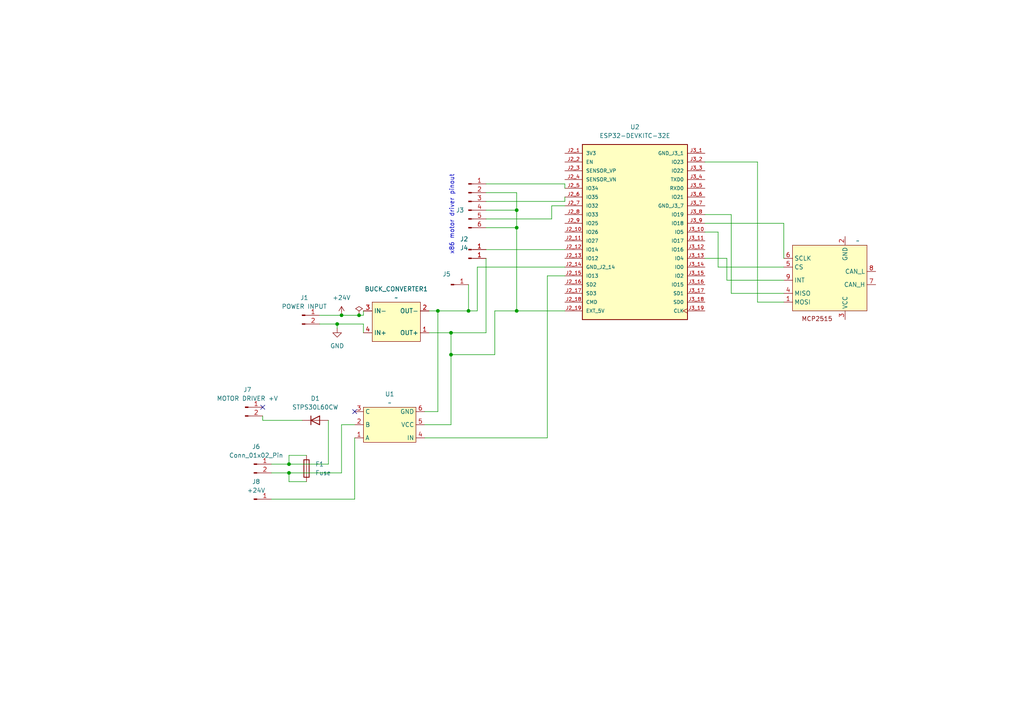
<source format=kicad_sch>
(kicad_sch
	(version 20250114)
	(generator "eeschema")
	(generator_version "9.0")
	(uuid "611804f5-8e38-4234-8a6a-2da2dd91a07c")
	(paper "A4")
	(lib_symbols
		(symbol "Connector:Conn_01x01_Pin"
			(pin_names
				(offset 1.016)
				(hide yes)
			)
			(exclude_from_sim no)
			(in_bom yes)
			(on_board yes)
			(property "Reference" "J"
				(at 0 2.54 0)
				(effects
					(font
						(size 1.27 1.27)
					)
				)
			)
			(property "Value" "Conn_01x01_Pin"
				(at 0 -2.54 0)
				(effects
					(font
						(size 1.27 1.27)
					)
				)
			)
			(property "Footprint" ""
				(at 0 0 0)
				(effects
					(font
						(size 1.27 1.27)
					)
					(hide yes)
				)
			)
			(property "Datasheet" "~"
				(at 0 0 0)
				(effects
					(font
						(size 1.27 1.27)
					)
					(hide yes)
				)
			)
			(property "Description" "Generic connector, single row, 01x01, script generated"
				(at 0 0 0)
				(effects
					(font
						(size 1.27 1.27)
					)
					(hide yes)
				)
			)
			(property "ki_locked" ""
				(at 0 0 0)
				(effects
					(font
						(size 1.27 1.27)
					)
				)
			)
			(property "ki_keywords" "connector"
				(at 0 0 0)
				(effects
					(font
						(size 1.27 1.27)
					)
					(hide yes)
				)
			)
			(property "ki_fp_filters" "Connector*:*_1x??_*"
				(at 0 0 0)
				(effects
					(font
						(size 1.27 1.27)
					)
					(hide yes)
				)
			)
			(symbol "Conn_01x01_Pin_1_1"
				(rectangle
					(start 0.8636 0.127)
					(end 0 -0.127)
					(stroke
						(width 0.1524)
						(type default)
					)
					(fill
						(type outline)
					)
				)
				(polyline
					(pts
						(xy 1.27 0) (xy 0.8636 0)
					)
					(stroke
						(width 0.1524)
						(type default)
					)
					(fill
						(type none)
					)
				)
				(pin passive line
					(at 5.08 0 180)
					(length 3.81)
					(name "Pin_1"
						(effects
							(font
								(size 1.27 1.27)
							)
						)
					)
					(number "1"
						(effects
							(font
								(size 1.27 1.27)
							)
						)
					)
				)
			)
			(embedded_fonts no)
		)
		(symbol "Connector:Conn_01x02_Pin"
			(pin_names
				(offset 1.016)
				(hide yes)
			)
			(exclude_from_sim no)
			(in_bom yes)
			(on_board yes)
			(property "Reference" "J"
				(at 0 2.54 0)
				(effects
					(font
						(size 1.27 1.27)
					)
				)
			)
			(property "Value" "Conn_01x02_Pin"
				(at 0 -5.08 0)
				(effects
					(font
						(size 1.27 1.27)
					)
				)
			)
			(property "Footprint" ""
				(at 0 0 0)
				(effects
					(font
						(size 1.27 1.27)
					)
					(hide yes)
				)
			)
			(property "Datasheet" "~"
				(at 0 0 0)
				(effects
					(font
						(size 1.27 1.27)
					)
					(hide yes)
				)
			)
			(property "Description" "Generic connector, single row, 01x02, script generated"
				(at 0 0 0)
				(effects
					(font
						(size 1.27 1.27)
					)
					(hide yes)
				)
			)
			(property "ki_locked" ""
				(at 0 0 0)
				(effects
					(font
						(size 1.27 1.27)
					)
				)
			)
			(property "ki_keywords" "connector"
				(at 0 0 0)
				(effects
					(font
						(size 1.27 1.27)
					)
					(hide yes)
				)
			)
			(property "ki_fp_filters" "Connector*:*_1x??_*"
				(at 0 0 0)
				(effects
					(font
						(size 1.27 1.27)
					)
					(hide yes)
				)
			)
			(symbol "Conn_01x02_Pin_1_1"
				(rectangle
					(start 0.8636 0.127)
					(end 0 -0.127)
					(stroke
						(width 0.1524)
						(type default)
					)
					(fill
						(type outline)
					)
				)
				(rectangle
					(start 0.8636 -2.413)
					(end 0 -2.667)
					(stroke
						(width 0.1524)
						(type default)
					)
					(fill
						(type outline)
					)
				)
				(polyline
					(pts
						(xy 1.27 0) (xy 0.8636 0)
					)
					(stroke
						(width 0.1524)
						(type default)
					)
					(fill
						(type none)
					)
				)
				(polyline
					(pts
						(xy 1.27 -2.54) (xy 0.8636 -2.54)
					)
					(stroke
						(width 0.1524)
						(type default)
					)
					(fill
						(type none)
					)
				)
				(pin passive line
					(at 5.08 0 180)
					(length 3.81)
					(name "Pin_1"
						(effects
							(font
								(size 1.27 1.27)
							)
						)
					)
					(number "1"
						(effects
							(font
								(size 1.27 1.27)
							)
						)
					)
				)
				(pin passive line
					(at 5.08 -2.54 180)
					(length 3.81)
					(name "Pin_2"
						(effects
							(font
								(size 1.27 1.27)
							)
						)
					)
					(number "2"
						(effects
							(font
								(size 1.27 1.27)
							)
						)
					)
				)
			)
			(embedded_fonts no)
		)
		(symbol "Connector:Conn_01x06_Pin"
			(pin_names
				(offset 1.016)
				(hide yes)
			)
			(exclude_from_sim no)
			(in_bom yes)
			(on_board yes)
			(property "Reference" "J"
				(at 0 7.62 0)
				(effects
					(font
						(size 1.27 1.27)
					)
				)
			)
			(property "Value" "Conn_01x06_Pin"
				(at 0 -10.16 0)
				(effects
					(font
						(size 1.27 1.27)
					)
				)
			)
			(property "Footprint" ""
				(at 0 0 0)
				(effects
					(font
						(size 1.27 1.27)
					)
					(hide yes)
				)
			)
			(property "Datasheet" "~"
				(at 0 0 0)
				(effects
					(font
						(size 1.27 1.27)
					)
					(hide yes)
				)
			)
			(property "Description" "Generic connector, single row, 01x06, script generated"
				(at 0 0 0)
				(effects
					(font
						(size 1.27 1.27)
					)
					(hide yes)
				)
			)
			(property "ki_locked" ""
				(at 0 0 0)
				(effects
					(font
						(size 1.27 1.27)
					)
				)
			)
			(property "ki_keywords" "connector"
				(at 0 0 0)
				(effects
					(font
						(size 1.27 1.27)
					)
					(hide yes)
				)
			)
			(property "ki_fp_filters" "Connector*:*_1x??_*"
				(at 0 0 0)
				(effects
					(font
						(size 1.27 1.27)
					)
					(hide yes)
				)
			)
			(symbol "Conn_01x06_Pin_1_1"
				(rectangle
					(start 0.8636 5.207)
					(end 0 4.953)
					(stroke
						(width 0.1524)
						(type default)
					)
					(fill
						(type outline)
					)
				)
				(rectangle
					(start 0.8636 2.667)
					(end 0 2.413)
					(stroke
						(width 0.1524)
						(type default)
					)
					(fill
						(type outline)
					)
				)
				(rectangle
					(start 0.8636 0.127)
					(end 0 -0.127)
					(stroke
						(width 0.1524)
						(type default)
					)
					(fill
						(type outline)
					)
				)
				(rectangle
					(start 0.8636 -2.413)
					(end 0 -2.667)
					(stroke
						(width 0.1524)
						(type default)
					)
					(fill
						(type outline)
					)
				)
				(rectangle
					(start 0.8636 -4.953)
					(end 0 -5.207)
					(stroke
						(width 0.1524)
						(type default)
					)
					(fill
						(type outline)
					)
				)
				(rectangle
					(start 0.8636 -7.493)
					(end 0 -7.747)
					(stroke
						(width 0.1524)
						(type default)
					)
					(fill
						(type outline)
					)
				)
				(polyline
					(pts
						(xy 1.27 5.08) (xy 0.8636 5.08)
					)
					(stroke
						(width 0.1524)
						(type default)
					)
					(fill
						(type none)
					)
				)
				(polyline
					(pts
						(xy 1.27 2.54) (xy 0.8636 2.54)
					)
					(stroke
						(width 0.1524)
						(type default)
					)
					(fill
						(type none)
					)
				)
				(polyline
					(pts
						(xy 1.27 0) (xy 0.8636 0)
					)
					(stroke
						(width 0.1524)
						(type default)
					)
					(fill
						(type none)
					)
				)
				(polyline
					(pts
						(xy 1.27 -2.54) (xy 0.8636 -2.54)
					)
					(stroke
						(width 0.1524)
						(type default)
					)
					(fill
						(type none)
					)
				)
				(polyline
					(pts
						(xy 1.27 -5.08) (xy 0.8636 -5.08)
					)
					(stroke
						(width 0.1524)
						(type default)
					)
					(fill
						(type none)
					)
				)
				(polyline
					(pts
						(xy 1.27 -7.62) (xy 0.8636 -7.62)
					)
					(stroke
						(width 0.1524)
						(type default)
					)
					(fill
						(type none)
					)
				)
				(pin passive line
					(at 5.08 5.08 180)
					(length 3.81)
					(name "Pin_1"
						(effects
							(font
								(size 1.27 1.27)
							)
						)
					)
					(number "1"
						(effects
							(font
								(size 1.27 1.27)
							)
						)
					)
				)
				(pin passive line
					(at 5.08 2.54 180)
					(length 3.81)
					(name "Pin_2"
						(effects
							(font
								(size 1.27 1.27)
							)
						)
					)
					(number "2"
						(effects
							(font
								(size 1.27 1.27)
							)
						)
					)
				)
				(pin passive line
					(at 5.08 0 180)
					(length 3.81)
					(name "Pin_3"
						(effects
							(font
								(size 1.27 1.27)
							)
						)
					)
					(number "3"
						(effects
							(font
								(size 1.27 1.27)
							)
						)
					)
				)
				(pin passive line
					(at 5.08 -2.54 180)
					(length 3.81)
					(name "Pin_4"
						(effects
							(font
								(size 1.27 1.27)
							)
						)
					)
					(number "4"
						(effects
							(font
								(size 1.27 1.27)
							)
						)
					)
				)
				(pin passive line
					(at 5.08 -5.08 180)
					(length 3.81)
					(name "Pin_5"
						(effects
							(font
								(size 1.27 1.27)
							)
						)
					)
					(number "5"
						(effects
							(font
								(size 1.27 1.27)
							)
						)
					)
				)
				(pin passive line
					(at 5.08 -7.62 180)
					(length 3.81)
					(name "Pin_6"
						(effects
							(font
								(size 1.27 1.27)
							)
						)
					)
					(number "6"
						(effects
							(font
								(size 1.27 1.27)
							)
						)
					)
				)
			)
			(embedded_fonts no)
		)
		(symbol "Device:D"
			(pin_numbers
				(hide yes)
			)
			(pin_names
				(offset 1.016)
				(hide yes)
			)
			(exclude_from_sim no)
			(in_bom yes)
			(on_board yes)
			(property "Reference" "D"
				(at 0 2.54 0)
				(effects
					(font
						(size 1.27 1.27)
					)
				)
			)
			(property "Value" "D"
				(at 0 -2.54 0)
				(effects
					(font
						(size 1.27 1.27)
					)
				)
			)
			(property "Footprint" ""
				(at 0 0 0)
				(effects
					(font
						(size 1.27 1.27)
					)
					(hide yes)
				)
			)
			(property "Datasheet" "~"
				(at 0 0 0)
				(effects
					(font
						(size 1.27 1.27)
					)
					(hide yes)
				)
			)
			(property "Description" "Diode"
				(at 0 0 0)
				(effects
					(font
						(size 1.27 1.27)
					)
					(hide yes)
				)
			)
			(property "Sim.Device" "D"
				(at 0 0 0)
				(effects
					(font
						(size 1.27 1.27)
					)
					(hide yes)
				)
			)
			(property "Sim.Pins" "1=K 2=A"
				(at 0 0 0)
				(effects
					(font
						(size 1.27 1.27)
					)
					(hide yes)
				)
			)
			(property "ki_keywords" "diode"
				(at 0 0 0)
				(effects
					(font
						(size 1.27 1.27)
					)
					(hide yes)
				)
			)
			(property "ki_fp_filters" "TO-???* *_Diode_* *SingleDiode* D_*"
				(at 0 0 0)
				(effects
					(font
						(size 1.27 1.27)
					)
					(hide yes)
				)
			)
			(symbol "D_0_1"
				(polyline
					(pts
						(xy -1.27 1.27) (xy -1.27 -1.27)
					)
					(stroke
						(width 0.254)
						(type default)
					)
					(fill
						(type none)
					)
				)
				(polyline
					(pts
						(xy 1.27 1.27) (xy 1.27 -1.27) (xy -1.27 0) (xy 1.27 1.27)
					)
					(stroke
						(width 0.254)
						(type default)
					)
					(fill
						(type none)
					)
				)
				(polyline
					(pts
						(xy 1.27 0) (xy -1.27 0)
					)
					(stroke
						(width 0)
						(type default)
					)
					(fill
						(type none)
					)
				)
			)
			(symbol "D_1_1"
				(pin passive line
					(at -3.81 0 0)
					(length 2.54)
					(name "K"
						(effects
							(font
								(size 1.27 1.27)
							)
						)
					)
					(number "1"
						(effects
							(font
								(size 1.27 1.27)
							)
						)
					)
				)
				(pin passive line
					(at 3.81 0 180)
					(length 2.54)
					(name "A"
						(effects
							(font
								(size 1.27 1.27)
							)
						)
					)
					(number "2"
						(effects
							(font
								(size 1.27 1.27)
							)
						)
					)
				)
			)
			(embedded_fonts no)
		)
		(symbol "Device:Fuse"
			(pin_numbers
				(hide yes)
			)
			(pin_names
				(offset 0)
			)
			(exclude_from_sim no)
			(in_bom yes)
			(on_board yes)
			(property "Reference" "F"
				(at 2.032 0 90)
				(effects
					(font
						(size 1.27 1.27)
					)
				)
			)
			(property "Value" "Fuse"
				(at -1.905 0 90)
				(effects
					(font
						(size 1.27 1.27)
					)
				)
			)
			(property "Footprint" ""
				(at -1.778 0 90)
				(effects
					(font
						(size 1.27 1.27)
					)
					(hide yes)
				)
			)
			(property "Datasheet" "~"
				(at 0 0 0)
				(effects
					(font
						(size 1.27 1.27)
					)
					(hide yes)
				)
			)
			(property "Description" "Fuse"
				(at 0 0 0)
				(effects
					(font
						(size 1.27 1.27)
					)
					(hide yes)
				)
			)
			(property "ki_keywords" "fuse"
				(at 0 0 0)
				(effects
					(font
						(size 1.27 1.27)
					)
					(hide yes)
				)
			)
			(property "ki_fp_filters" "*Fuse*"
				(at 0 0 0)
				(effects
					(font
						(size 1.27 1.27)
					)
					(hide yes)
				)
			)
			(symbol "Fuse_0_1"
				(rectangle
					(start -0.762 -2.54)
					(end 0.762 2.54)
					(stroke
						(width 0.254)
						(type default)
					)
					(fill
						(type none)
					)
				)
				(polyline
					(pts
						(xy 0 2.54) (xy 0 -2.54)
					)
					(stroke
						(width 0)
						(type default)
					)
					(fill
						(type none)
					)
				)
			)
			(symbol "Fuse_1_1"
				(pin passive line
					(at 0 3.81 270)
					(length 1.27)
					(name "~"
						(effects
							(font
								(size 1.27 1.27)
							)
						)
					)
					(number "1"
						(effects
							(font
								(size 1.27 1.27)
							)
						)
					)
				)
				(pin passive line
					(at 0 -3.81 90)
					(length 1.27)
					(name "~"
						(effects
							(font
								(size 1.27 1.27)
							)
						)
					)
					(number "2"
						(effects
							(font
								(size 1.27 1.27)
							)
						)
					)
				)
			)
			(embedded_fonts no)
		)
		(symbol "ESP32-DEVKITC-32E:ESP32-DEVKITC-32E"
			(pin_names
				(offset 1.016)
			)
			(exclude_from_sim no)
			(in_bom yes)
			(on_board yes)
			(property "Reference" "U"
				(at -15.24 26.162 0)
				(effects
					(font
						(size 1.27 1.27)
					)
					(justify left bottom)
				)
			)
			(property "Value" "ESP32-DEVKITC-32E"
				(at -15.24 -27.94 0)
				(effects
					(font
						(size 1.27 1.27)
					)
					(justify left bottom)
				)
			)
			(property "Footprint" "ESP32-DEVKITC-32E:MODULE_ESP32-DEVKITC-32E"
				(at 0 0 0)
				(effects
					(font
						(size 1.27 1.27)
					)
					(justify bottom)
					(hide yes)
				)
			)
			(property "Datasheet" ""
				(at 0 0 0)
				(effects
					(font
						(size 1.27 1.27)
					)
					(hide yes)
				)
			)
			(property "Description" ""
				(at 0 0 0)
				(effects
					(font
						(size 1.27 1.27)
					)
					(hide yes)
				)
			)
			(property "MF" "Espressif Systems"
				(at 0 0 0)
				(effects
					(font
						(size 1.27 1.27)
					)
					(justify bottom)
					(hide yes)
				)
			)
			(property "Description_1" "The ESP32-DEVKITC-32E transceiver evaluation board from Espressif Systems is a powerful development tool for wireless communication technologies. It supports 802.11 b/g/n Wi-Fi and Bluetooth® Smart Ready 4.x (BLE) dual-mode at 2.4GHz, making it ideal for a variety of IoT applications. Equipped with a PCB antenna and 4MB flash, this board provides reliable connectivity and ample memory for developing and testing RF, RFID, and wireless solutions."
				(at 0 0 0)
				(effects
					(font
						(size 1.27 1.27)
					)
					(justify bottom)
					(hide yes)
				)
			)
			(property "Package" "None"
				(at 0 0 0)
				(effects
					(font
						(size 1.27 1.27)
					)
					(justify bottom)
					(hide yes)
				)
			)
			(property "Price" "None"
				(at 0 0 0)
				(effects
					(font
						(size 1.27 1.27)
					)
					(justify bottom)
					(hide yes)
				)
			)
			(property "Check_prices" "https://www.snapeda.com/parts/ESP32-DEVKITC-32E/Espressif+Systems/view-part/?ref=eda"
				(at 0 0 0)
				(effects
					(font
						(size 1.27 1.27)
					)
					(justify bottom)
					(hide yes)
				)
			)
			(property "STANDARD" "Manufacturer Recommendations"
				(at 0 0 0)
				(effects
					(font
						(size 1.27 1.27)
					)
					(justify bottom)
					(hide yes)
				)
			)
			(property "PARTREV" "1.4"
				(at 0 0 0)
				(effects
					(font
						(size 1.27 1.27)
					)
					(justify bottom)
					(hide yes)
				)
			)
			(property "SnapEDA_Link" "https://www.snapeda.com/parts/ESP32-DEVKITC-32E/Espressif+Systems/view-part/?ref=snap"
				(at 0 0 0)
				(effects
					(font
						(size 1.27 1.27)
					)
					(justify bottom)
					(hide yes)
				)
			)
			(property "MP" "ESP32-DEVKITC-32E"
				(at 0 0 0)
				(effects
					(font
						(size 1.27 1.27)
					)
					(justify bottom)
					(hide yes)
				)
			)
			(property "Availability" "In Stock"
				(at 0 0 0)
				(effects
					(font
						(size 1.27 1.27)
					)
					(justify bottom)
					(hide yes)
				)
			)
			(property "MANUFACTURER" "Espressif Systems"
				(at 0 0 0)
				(effects
					(font
						(size 1.27 1.27)
					)
					(justify bottom)
					(hide yes)
				)
			)
			(symbol "ESP32-DEVKITC-32E_0_0"
				(rectangle
					(start -15.24 -25.4)
					(end 15.24 25.4)
					(stroke
						(width 0.254)
						(type default)
					)
					(fill
						(type background)
					)
				)
				(pin power_in line
					(at -20.32 22.86 0)
					(length 5.08)
					(name "3V3"
						(effects
							(font
								(size 1.016 1.016)
							)
						)
					)
					(number "J2_1"
						(effects
							(font
								(size 1.016 1.016)
							)
						)
					)
				)
				(pin input line
					(at -20.32 20.32 0)
					(length 5.08)
					(name "EN"
						(effects
							(font
								(size 1.016 1.016)
							)
						)
					)
					(number "J2_2"
						(effects
							(font
								(size 1.016 1.016)
							)
						)
					)
				)
				(pin bidirectional line
					(at -20.32 17.78 0)
					(length 5.08)
					(name "SENSOR_VP"
						(effects
							(font
								(size 1.016 1.016)
							)
						)
					)
					(number "J2_3"
						(effects
							(font
								(size 1.016 1.016)
							)
						)
					)
				)
				(pin bidirectional line
					(at -20.32 15.24 0)
					(length 5.08)
					(name "SENSOR_VN"
						(effects
							(font
								(size 1.016 1.016)
							)
						)
					)
					(number "J2_4"
						(effects
							(font
								(size 1.016 1.016)
							)
						)
					)
				)
				(pin bidirectional line
					(at -20.32 12.7 0)
					(length 5.08)
					(name "IO34"
						(effects
							(font
								(size 1.016 1.016)
							)
						)
					)
					(number "J2_5"
						(effects
							(font
								(size 1.016 1.016)
							)
						)
					)
				)
				(pin bidirectional line
					(at -20.32 10.16 0)
					(length 5.08)
					(name "IO35"
						(effects
							(font
								(size 1.016 1.016)
							)
						)
					)
					(number "J2_6"
						(effects
							(font
								(size 1.016 1.016)
							)
						)
					)
				)
				(pin bidirectional line
					(at -20.32 7.62 0)
					(length 5.08)
					(name "IO32"
						(effects
							(font
								(size 1.016 1.016)
							)
						)
					)
					(number "J2_7"
						(effects
							(font
								(size 1.016 1.016)
							)
						)
					)
				)
				(pin bidirectional line
					(at -20.32 5.08 0)
					(length 5.08)
					(name "IO33"
						(effects
							(font
								(size 1.016 1.016)
							)
						)
					)
					(number "J2_8"
						(effects
							(font
								(size 1.016 1.016)
							)
						)
					)
				)
				(pin bidirectional line
					(at -20.32 2.54 0)
					(length 5.08)
					(name "IO25"
						(effects
							(font
								(size 1.016 1.016)
							)
						)
					)
					(number "J2_9"
						(effects
							(font
								(size 1.016 1.016)
							)
						)
					)
				)
				(pin bidirectional line
					(at -20.32 0 0)
					(length 5.08)
					(name "IO26"
						(effects
							(font
								(size 1.016 1.016)
							)
						)
					)
					(number "J2_10"
						(effects
							(font
								(size 1.016 1.016)
							)
						)
					)
				)
				(pin bidirectional line
					(at -20.32 -2.54 0)
					(length 5.08)
					(name "IO27"
						(effects
							(font
								(size 1.016 1.016)
							)
						)
					)
					(number "J2_11"
						(effects
							(font
								(size 1.016 1.016)
							)
						)
					)
				)
				(pin bidirectional line
					(at -20.32 -5.08 0)
					(length 5.08)
					(name "IO14"
						(effects
							(font
								(size 1.016 1.016)
							)
						)
					)
					(number "J2_12"
						(effects
							(font
								(size 1.016 1.016)
							)
						)
					)
				)
				(pin bidirectional line
					(at -20.32 -7.62 0)
					(length 5.08)
					(name "IO12"
						(effects
							(font
								(size 1.016 1.016)
							)
						)
					)
					(number "J2_13"
						(effects
							(font
								(size 1.016 1.016)
							)
						)
					)
				)
				(pin power_in line
					(at -20.32 -10.16 0)
					(length 5.08)
					(name "GND_J2_14"
						(effects
							(font
								(size 1.016 1.016)
							)
						)
					)
					(number "J2_14"
						(effects
							(font
								(size 1.016 1.016)
							)
						)
					)
				)
				(pin bidirectional line
					(at -20.32 -12.7 0)
					(length 5.08)
					(name "IO13"
						(effects
							(font
								(size 1.016 1.016)
							)
						)
					)
					(number "J2_15"
						(effects
							(font
								(size 1.016 1.016)
							)
						)
					)
				)
				(pin bidirectional line
					(at -20.32 -15.24 0)
					(length 5.08)
					(name "SD2"
						(effects
							(font
								(size 1.016 1.016)
							)
						)
					)
					(number "J2_16"
						(effects
							(font
								(size 1.016 1.016)
							)
						)
					)
				)
				(pin bidirectional line
					(at -20.32 -17.78 0)
					(length 5.08)
					(name "SD3"
						(effects
							(font
								(size 1.016 1.016)
							)
						)
					)
					(number "J2_17"
						(effects
							(font
								(size 1.016 1.016)
							)
						)
					)
				)
				(pin bidirectional line
					(at -20.32 -20.32 0)
					(length 5.08)
					(name "CMD"
						(effects
							(font
								(size 1.016 1.016)
							)
						)
					)
					(number "J2_18"
						(effects
							(font
								(size 1.016 1.016)
							)
						)
					)
				)
				(pin power_in line
					(at -20.32 -22.86 0)
					(length 5.08)
					(name "EXT_5V"
						(effects
							(font
								(size 1.016 1.016)
							)
						)
					)
					(number "J2_19"
						(effects
							(font
								(size 1.016 1.016)
							)
						)
					)
				)
				(pin power_in line
					(at 20.32 22.86 180)
					(length 5.08)
					(name "GND_J3_1"
						(effects
							(font
								(size 1.016 1.016)
							)
						)
					)
					(number "J3_1"
						(effects
							(font
								(size 1.016 1.016)
							)
						)
					)
				)
				(pin bidirectional line
					(at 20.32 20.32 180)
					(length 5.08)
					(name "IO23"
						(effects
							(font
								(size 1.016 1.016)
							)
						)
					)
					(number "J3_2"
						(effects
							(font
								(size 1.016 1.016)
							)
						)
					)
				)
				(pin bidirectional line
					(at 20.32 17.78 180)
					(length 5.08)
					(name "IO22"
						(effects
							(font
								(size 1.016 1.016)
							)
						)
					)
					(number "J3_3"
						(effects
							(font
								(size 1.016 1.016)
							)
						)
					)
				)
				(pin bidirectional line
					(at 20.32 15.24 180)
					(length 5.08)
					(name "TXD0"
						(effects
							(font
								(size 1.016 1.016)
							)
						)
					)
					(number "J3_4"
						(effects
							(font
								(size 1.016 1.016)
							)
						)
					)
				)
				(pin bidirectional line
					(at 20.32 12.7 180)
					(length 5.08)
					(name "RXD0"
						(effects
							(font
								(size 1.016 1.016)
							)
						)
					)
					(number "J3_5"
						(effects
							(font
								(size 1.016 1.016)
							)
						)
					)
				)
				(pin bidirectional line
					(at 20.32 10.16 180)
					(length 5.08)
					(name "IO21"
						(effects
							(font
								(size 1.016 1.016)
							)
						)
					)
					(number "J3_6"
						(effects
							(font
								(size 1.016 1.016)
							)
						)
					)
				)
				(pin power_in line
					(at 20.32 7.62 180)
					(length 5.08)
					(name "GND_J3_7"
						(effects
							(font
								(size 1.016 1.016)
							)
						)
					)
					(number "J3_7"
						(effects
							(font
								(size 1.016 1.016)
							)
						)
					)
				)
				(pin bidirectional line
					(at 20.32 5.08 180)
					(length 5.08)
					(name "IO19"
						(effects
							(font
								(size 1.016 1.016)
							)
						)
					)
					(number "J3_8"
						(effects
							(font
								(size 1.016 1.016)
							)
						)
					)
				)
				(pin bidirectional line
					(at 20.32 2.54 180)
					(length 5.08)
					(name "IO18"
						(effects
							(font
								(size 1.016 1.016)
							)
						)
					)
					(number "J3_9"
						(effects
							(font
								(size 1.016 1.016)
							)
						)
					)
				)
				(pin bidirectional line
					(at 20.32 0 180)
					(length 5.08)
					(name "IO5"
						(effects
							(font
								(size 1.016 1.016)
							)
						)
					)
					(number "J3_10"
						(effects
							(font
								(size 1.016 1.016)
							)
						)
					)
				)
				(pin bidirectional line
					(at 20.32 -2.54 180)
					(length 5.08)
					(name "IO17"
						(effects
							(font
								(size 1.016 1.016)
							)
						)
					)
					(number "J3_11"
						(effects
							(font
								(size 1.016 1.016)
							)
						)
					)
				)
				(pin bidirectional line
					(at 20.32 -5.08 180)
					(length 5.08)
					(name "IO16"
						(effects
							(font
								(size 1.016 1.016)
							)
						)
					)
					(number "J3_12"
						(effects
							(font
								(size 1.016 1.016)
							)
						)
					)
				)
				(pin bidirectional line
					(at 20.32 -7.62 180)
					(length 5.08)
					(name "IO4"
						(effects
							(font
								(size 1.016 1.016)
							)
						)
					)
					(number "J3_13"
						(effects
							(font
								(size 1.016 1.016)
							)
						)
					)
				)
				(pin bidirectional line
					(at 20.32 -10.16 180)
					(length 5.08)
					(name "IO0"
						(effects
							(font
								(size 1.016 1.016)
							)
						)
					)
					(number "J3_14"
						(effects
							(font
								(size 1.016 1.016)
							)
						)
					)
				)
				(pin bidirectional line
					(at 20.32 -12.7 180)
					(length 5.08)
					(name "IO2"
						(effects
							(font
								(size 1.016 1.016)
							)
						)
					)
					(number "J3_15"
						(effects
							(font
								(size 1.016 1.016)
							)
						)
					)
				)
				(pin bidirectional line
					(at 20.32 -15.24 180)
					(length 5.08)
					(name "IO15"
						(effects
							(font
								(size 1.016 1.016)
							)
						)
					)
					(number "J3_16"
						(effects
							(font
								(size 1.016 1.016)
							)
						)
					)
				)
				(pin bidirectional line
					(at 20.32 -17.78 180)
					(length 5.08)
					(name "SD1"
						(effects
							(font
								(size 1.016 1.016)
							)
						)
					)
					(number "J3_17"
						(effects
							(font
								(size 1.016 1.016)
							)
						)
					)
				)
				(pin bidirectional line
					(at 20.32 -20.32 180)
					(length 5.08)
					(name "SD0"
						(effects
							(font
								(size 1.016 1.016)
							)
						)
					)
					(number "J3_18"
						(effects
							(font
								(size 1.016 1.016)
							)
						)
					)
				)
				(pin bidirectional clock
					(at 20.32 -22.86 180)
					(length 5.08)
					(name "CLK"
						(effects
							(font
								(size 1.016 1.016)
							)
						)
					)
					(number "J3_19"
						(effects
							(font
								(size 1.016 1.016)
							)
						)
					)
				)
			)
			(embedded_fonts no)
		)
		(symbol "MCP_CAN_2515_1"
			(exclude_from_sim no)
			(in_bom yes)
			(on_board yes)
			(property "Reference" "U"
				(at -13.208 -5.334 0)
				(effects
					(font
						(size 1.27 1.27)
					)
					(hide yes)
				)
			)
			(property "Value" ""
				(at 0 0 0)
				(effects
					(font
						(size 1.27 1.27)
					)
				)
			)
			(property "Footprint" ""
				(at 0 0 0)
				(effects
					(font
						(size 1.27 1.27)
					)
					(hide yes)
				)
			)
			(property "Datasheet" ""
				(at 0 0 0)
				(effects
					(font
						(size 1.27 1.27)
					)
					(hide yes)
				)
			)
			(property "Description" ""
				(at 0 0 0)
				(effects
					(font
						(size 1.27 1.27)
					)
					(hide yes)
				)
			)
			(symbol "MCP_CAN_2515_1_1_1"
				(rectangle
					(start -6.35 11.43)
					(end 15.24 -7.62)
					(stroke
						(width 0)
						(type solid)
					)
					(fill
						(type background)
					)
				)
				(text "MCP2515\n"
					(at 8.128 13.716 0)
					(effects
						(font
							(size 1.27 1.27)
						)
					)
				)
				(pin input line
					(at -8.89 3.81 0)
					(length 2.54)
					(name "CAN_H"
						(effects
							(font
								(size 1.27 1.27)
							)
						)
					)
					(number "7"
						(effects
							(font
								(size 1.27 1.27)
							)
						)
					)
				)
				(pin input line
					(at -8.89 0 0)
					(length 2.54)
					(name "CAN_L"
						(effects
							(font
								(size 1.27 1.27)
							)
						)
					)
					(number "8"
						(effects
							(font
								(size 1.27 1.27)
							)
						)
					)
				)
				(pin input line
					(at 0 13.97 270)
					(length 2.54)
					(name "VCC"
						(effects
							(font
								(size 1.27 1.27)
							)
						)
					)
					(number "3"
						(effects
							(font
								(size 1.27 1.27)
							)
						)
					)
				)
				(pin input line
					(at 0 -10.16 90)
					(length 2.54)
					(name "GND"
						(effects
							(font
								(size 1.27 1.27)
							)
						)
					)
					(number "2"
						(effects
							(font
								(size 1.27 1.27)
							)
						)
					)
				)
				(pin input line
					(at 17.78 8.89 180)
					(length 2.54)
					(name "MOSI"
						(effects
							(font
								(size 1.27 1.27)
							)
						)
					)
					(number "1"
						(effects
							(font
								(size 1.27 1.27)
							)
						)
					)
				)
				(pin input line
					(at 17.78 6.35 180)
					(length 2.54)
					(name "MISO"
						(effects
							(font
								(size 1.27 1.27)
							)
						)
					)
					(number "4"
						(effects
							(font
								(size 1.27 1.27)
							)
						)
					)
				)
				(pin input line
					(at 17.78 2.54 180)
					(length 2.54)
					(name "INT"
						(effects
							(font
								(size 1.27 1.27)
							)
						)
					)
					(number "9"
						(effects
							(font
								(size 1.27 1.27)
							)
						)
					)
				)
				(pin input line
					(at 17.78 -1.27 180)
					(length 2.54)
					(name "CS"
						(effects
							(font
								(size 1.27 1.27)
							)
						)
					)
					(number "5"
						(effects
							(font
								(size 1.27 1.27)
							)
						)
					)
				)
				(pin input line
					(at 17.78 -3.81 180)
					(length 2.54)
					(name "SCLK"
						(effects
							(font
								(size 1.27 1.27)
							)
						)
					)
					(number "6"
						(effects
							(font
								(size 1.27 1.27)
							)
						)
					)
				)
			)
			(embedded_fonts no)
		)
		(symbol "SBWLIB:XL4015"
			(exclude_from_sim no)
			(in_bom yes)
			(on_board yes)
			(property "Reference" "BUCK_CONVERTER"
				(at -4.318 -4.572 0)
				(effects
					(font
						(size 1.27 1.27)
					)
				)
			)
			(property "Value" ""
				(at 0 0 0)
				(effects
					(font
						(size 1.27 1.27)
					)
				)
			)
			(property "Footprint" ""
				(at 0 0 0)
				(effects
					(font
						(size 1.27 1.27)
					)
					(hide yes)
				)
			)
			(property "Datasheet" ""
				(at 0 0 0)
				(effects
					(font
						(size 1.27 1.27)
					)
					(hide yes)
				)
			)
			(property "Description" ""
				(at 0 0 0)
				(effects
					(font
						(size 1.27 1.27)
					)
					(hide yes)
				)
			)
			(symbol "XL4015_1_1"
				(rectangle
					(start -10.16 8.89)
					(end 3.81 -2.54)
					(stroke
						(width 0)
						(type solid)
					)
					(fill
						(type background)
					)
				)
				(pin output line
					(at -12.7 6.35 0)
					(length 2.54)
					(name "OUT+"
						(effects
							(font
								(size 1.27 1.27)
							)
						)
					)
					(number "1"
						(effects
							(font
								(size 1.27 1.27)
							)
						)
					)
				)
				(pin output line
					(at -12.7 0 0)
					(length 2.54)
					(name "OUT-"
						(effects
							(font
								(size 1.27 1.27)
							)
						)
					)
					(number "2"
						(effects
							(font
								(size 1.27 1.27)
							)
						)
					)
				)
				(pin input line
					(at 6.35 6.35 180)
					(length 2.54)
					(name "IN+"
						(effects
							(font
								(size 1.27 1.27)
							)
						)
					)
					(number "4"
						(effects
							(font
								(size 1.27 1.27)
							)
						)
					)
				)
				(pin input line
					(at 6.35 0 180)
					(length 2.54)
					(name "IN-"
						(effects
							(font
								(size 1.27 1.27)
							)
						)
					)
					(number "3"
						(effects
							(font
								(size 1.27 1.27)
							)
						)
					)
				)
			)
			(embedded_fonts no)
		)
		(symbol "SBWLIB:relay"
			(exclude_from_sim no)
			(in_bom yes)
			(on_board yes)
			(property "Reference" "U"
				(at 0 0 0)
				(effects
					(font
						(size 1.27 1.27)
					)
				)
			)
			(property "Value" ""
				(at 0 0 0)
				(effects
					(font
						(size 1.27 1.27)
					)
				)
			)
			(property "Footprint" ""
				(at 0 0 0)
				(effects
					(font
						(size 1.27 1.27)
					)
					(hide yes)
				)
			)
			(property "Datasheet" ""
				(at 0 0 0)
				(effects
					(font
						(size 1.27 1.27)
					)
					(hide yes)
				)
			)
			(property "Description" ""
				(at 0 0 0)
				(effects
					(font
						(size 1.27 1.27)
					)
					(hide yes)
				)
			)
			(symbol "relay_1_1"
				(rectangle
					(start -7.62 6.35)
					(end 7.62 -3.81)
					(stroke
						(width 0)
						(type solid)
					)
					(fill
						(type background)
					)
				)
				(pin input line
					(at -10.16 5.08 0)
					(length 2.54)
					(name "IN"
						(effects
							(font
								(size 1.27 1.27)
							)
						)
					)
					(number "4"
						(effects
							(font
								(size 1.27 1.27)
							)
						)
					)
				)
				(pin input line
					(at -10.16 1.27 0)
					(length 2.54)
					(name "VCC"
						(effects
							(font
								(size 1.27 1.27)
							)
						)
					)
					(number "5"
						(effects
							(font
								(size 1.27 1.27)
							)
						)
					)
				)
				(pin input line
					(at -10.16 -2.54 0)
					(length 2.54)
					(name "GND"
						(effects
							(font
								(size 1.27 1.27)
							)
						)
					)
					(number "6"
						(effects
							(font
								(size 1.27 1.27)
							)
						)
					)
				)
				(pin input line
					(at 10.16 5.08 180)
					(length 2.54)
					(name "A"
						(effects
							(font
								(size 1.27 1.27)
							)
						)
					)
					(number "1"
						(effects
							(font
								(size 1.27 1.27)
							)
						)
					)
				)
				(pin input line
					(at 10.16 1.27 180)
					(length 2.54)
					(name "B"
						(effects
							(font
								(size 1.27 1.27)
							)
						)
					)
					(number "2"
						(effects
							(font
								(size 1.27 1.27)
							)
						)
					)
				)
				(pin input line
					(at 10.16 -2.54 180)
					(length 2.54)
					(name "C"
						(effects
							(font
								(size 1.27 1.27)
							)
						)
					)
					(number "3"
						(effects
							(font
								(size 1.27 1.27)
							)
						)
					)
				)
			)
			(embedded_fonts no)
		)
		(symbol "power:+5V"
			(power)
			(pin_numbers
				(hide yes)
			)
			(pin_names
				(offset 0)
				(hide yes)
			)
			(exclude_from_sim no)
			(in_bom yes)
			(on_board yes)
			(property "Reference" "#PWR"
				(at 0 -3.81 0)
				(effects
					(font
						(size 1.27 1.27)
					)
					(hide yes)
				)
			)
			(property "Value" "+5V"
				(at 0 3.556 0)
				(effects
					(font
						(size 1.27 1.27)
					)
				)
			)
			(property "Footprint" ""
				(at 0 0 0)
				(effects
					(font
						(size 1.27 1.27)
					)
					(hide yes)
				)
			)
			(property "Datasheet" ""
				(at 0 0 0)
				(effects
					(font
						(size 1.27 1.27)
					)
					(hide yes)
				)
			)
			(property "Description" "Power symbol creates a global label with name \"+5V\""
				(at 0 0 0)
				(effects
					(font
						(size 1.27 1.27)
					)
					(hide yes)
				)
			)
			(property "ki_keywords" "global power"
				(at 0 0 0)
				(effects
					(font
						(size 1.27 1.27)
					)
					(hide yes)
				)
			)
			(symbol "+5V_0_1"
				(polyline
					(pts
						(xy -0.762 1.27) (xy 0 2.54)
					)
					(stroke
						(width 0)
						(type default)
					)
					(fill
						(type none)
					)
				)
				(polyline
					(pts
						(xy 0 2.54) (xy 0.762 1.27)
					)
					(stroke
						(width 0)
						(type default)
					)
					(fill
						(type none)
					)
				)
				(polyline
					(pts
						(xy 0 0) (xy 0 2.54)
					)
					(stroke
						(width 0)
						(type default)
					)
					(fill
						(type none)
					)
				)
			)
			(symbol "+5V_1_1"
				(pin power_in line
					(at 0 0 90)
					(length 0)
					(name "~"
						(effects
							(font
								(size 1.27 1.27)
							)
						)
					)
					(number "1"
						(effects
							(font
								(size 1.27 1.27)
							)
						)
					)
				)
			)
			(embedded_fonts no)
		)
		(symbol "power:GND"
			(power)
			(pin_numbers
				(hide yes)
			)
			(pin_names
				(offset 0)
				(hide yes)
			)
			(exclude_from_sim no)
			(in_bom yes)
			(on_board yes)
			(property "Reference" "#PWR"
				(at 0 -6.35 0)
				(effects
					(font
						(size 1.27 1.27)
					)
					(hide yes)
				)
			)
			(property "Value" "GND"
				(at 0 -3.81 0)
				(effects
					(font
						(size 1.27 1.27)
					)
				)
			)
			(property "Footprint" ""
				(at 0 0 0)
				(effects
					(font
						(size 1.27 1.27)
					)
					(hide yes)
				)
			)
			(property "Datasheet" ""
				(at 0 0 0)
				(effects
					(font
						(size 1.27 1.27)
					)
					(hide yes)
				)
			)
			(property "Description" "Power symbol creates a global label with name \"GND\" , ground"
				(at 0 0 0)
				(effects
					(font
						(size 1.27 1.27)
					)
					(hide yes)
				)
			)
			(property "ki_keywords" "global power"
				(at 0 0 0)
				(effects
					(font
						(size 1.27 1.27)
					)
					(hide yes)
				)
			)
			(symbol "GND_0_1"
				(polyline
					(pts
						(xy 0 0) (xy 0 -1.27) (xy 1.27 -1.27) (xy 0 -2.54) (xy -1.27 -1.27) (xy 0 -1.27)
					)
					(stroke
						(width 0)
						(type default)
					)
					(fill
						(type none)
					)
				)
			)
			(symbol "GND_1_1"
				(pin power_in line
					(at 0 0 270)
					(length 0)
					(name "~"
						(effects
							(font
								(size 1.27 1.27)
							)
						)
					)
					(number "1"
						(effects
							(font
								(size 1.27 1.27)
							)
						)
					)
				)
			)
			(embedded_fonts no)
		)
		(symbol "power:PWR_FLAG"
			(power)
			(pin_numbers
				(hide yes)
			)
			(pin_names
				(offset 0)
				(hide yes)
			)
			(exclude_from_sim no)
			(in_bom yes)
			(on_board yes)
			(property "Reference" "#FLG"
				(at 0 1.905 0)
				(effects
					(font
						(size 1.27 1.27)
					)
					(hide yes)
				)
			)
			(property "Value" "PWR_FLAG"
				(at 0 3.81 0)
				(effects
					(font
						(size 1.27 1.27)
					)
				)
			)
			(property "Footprint" ""
				(at 0 0 0)
				(effects
					(font
						(size 1.27 1.27)
					)
					(hide yes)
				)
			)
			(property "Datasheet" "~"
				(at 0 0 0)
				(effects
					(font
						(size 1.27 1.27)
					)
					(hide yes)
				)
			)
			(property "Description" "Special symbol for telling ERC where power comes from"
				(at 0 0 0)
				(effects
					(font
						(size 1.27 1.27)
					)
					(hide yes)
				)
			)
			(property "ki_keywords" "flag power"
				(at 0 0 0)
				(effects
					(font
						(size 1.27 1.27)
					)
					(hide yes)
				)
			)
			(symbol "PWR_FLAG_0_0"
				(pin power_out line
					(at 0 0 90)
					(length 0)
					(name "~"
						(effects
							(font
								(size 1.27 1.27)
							)
						)
					)
					(number "1"
						(effects
							(font
								(size 1.27 1.27)
							)
						)
					)
				)
			)
			(symbol "PWR_FLAG_0_1"
				(polyline
					(pts
						(xy 0 0) (xy 0 1.27) (xy -1.016 1.905) (xy 0 2.54) (xy 1.016 1.905) (xy 0 1.27)
					)
					(stroke
						(width 0)
						(type default)
					)
					(fill
						(type none)
					)
				)
			)
			(embedded_fonts no)
		)
	)
	(text "x86 motor driver pinout\n"
		(exclude_from_sim no)
		(at 131.064 62.23 90)
		(effects
			(font
				(size 1.27 1.27)
			)
		)
		(uuid "d0d4a778-e80d-43f9-aaee-11be14aaac17")
	)
	(junction
		(at 83.82 134.62)
		(diameter 0)
		(color 0 0 0 0)
		(uuid "22513879-f184-481d-8f09-2996276b4425")
	)
	(junction
		(at 127 90.17)
		(diameter 0)
		(color 0 0 0 0)
		(uuid "23b316e4-e47f-4cbe-bcbf-3897eccd99e5")
	)
	(junction
		(at 135.89 90.17)
		(diameter 0)
		(color 0 0 0 0)
		(uuid "4431a263-40c9-4003-a452-0283b2d2dcc9")
	)
	(junction
		(at 149.86 60.96)
		(diameter 0)
		(color 0 0 0 0)
		(uuid "715ea1f5-67b3-4b1e-8b83-5195525436c1")
	)
	(junction
		(at 130.81 102.87)
		(diameter 0)
		(color 0 0 0 0)
		(uuid "71ea5867-81fe-4fea-8daf-307e70b0268f")
	)
	(junction
		(at 130.81 96.52)
		(diameter 0)
		(color 0 0 0 0)
		(uuid "7b5c92cc-fe99-4297-83c7-80120c11accf")
	)
	(junction
		(at 83.82 137.16)
		(diameter 0)
		(color 0 0 0 0)
		(uuid "7c61b2f6-c74e-417b-8764-3fe8400dafc4")
	)
	(junction
		(at 149.86 66.04)
		(diameter 0)
		(color 0 0 0 0)
		(uuid "83600f9d-d37f-47e6-be93-b699e88df0ce")
	)
	(junction
		(at 99.06 91.44)
		(diameter 0)
		(color 0 0 0 0)
		(uuid "8abb2a52-f840-42f3-b434-58eb6c7ef4eb")
	)
	(junction
		(at 104.14 91.44)
		(diameter 0)
		(color 0 0 0 0)
		(uuid "a9249f0d-aa0e-42c9-a7b5-31af1cbd7910")
	)
	(junction
		(at 149.86 90.17)
		(diameter 0)
		(color 0 0 0 0)
		(uuid "d6c58214-8a41-487d-8448-e70688bcc80e")
	)
	(junction
		(at 97.79 93.98)
		(diameter 0)
		(color 0 0 0 0)
		(uuid "f85cf856-0edc-4324-bd2b-81340e31a993")
	)
	(no_connect
		(at 76.2 118.11)
		(uuid "a4cd3dc7-40d9-4d9f-9a43-d13b5261a579")
	)
	(no_connect
		(at 102.87 119.38)
		(uuid "d4bc71f5-c8da-4182-bb35-c95c5e629ad1")
	)
	(wire
		(pts
			(xy 130.81 96.52) (xy 130.81 102.87)
		)
		(stroke
			(width 0)
			(type default)
		)
		(uuid "10ba07cb-3281-4b88-97a7-f67b55261398")
	)
	(wire
		(pts
			(xy 158.75 127) (xy 158.75 80.01)
		)
		(stroke
			(width 0)
			(type default)
		)
		(uuid "121eff0e-359d-49cc-a0ba-1ce57ec393fc")
	)
	(wire
		(pts
			(xy 227.33 77.47) (xy 208.28 77.47)
		)
		(stroke
			(width 0)
			(type default)
		)
		(uuid "13f8bbfd-aff5-4043-89de-cff032f23724")
	)
	(wire
		(pts
			(xy 160.02 63.5) (xy 160.02 59.69)
		)
		(stroke
			(width 0)
			(type default)
		)
		(uuid "18ebf4fa-0a1f-4577-a0ac-63f622927d02")
	)
	(wire
		(pts
			(xy 138.43 77.47) (xy 163.83 77.47)
		)
		(stroke
			(width 0)
			(type default)
		)
		(uuid "1fbbae1d-a6d4-4da8-9091-62c6038ccb30")
	)
	(wire
		(pts
			(xy 210.82 74.93) (xy 204.47 74.93)
		)
		(stroke
			(width 0)
			(type default)
		)
		(uuid "20581627-2cdb-474c-ab48-459a860d2c9c")
	)
	(wire
		(pts
			(xy 140.97 60.96) (xy 149.86 60.96)
		)
		(stroke
			(width 0)
			(type default)
		)
		(uuid "20ca9957-1c5d-488e-9c49-08f2b223f8fa")
	)
	(wire
		(pts
			(xy 140.97 72.39) (xy 163.83 72.39)
		)
		(stroke
			(width 0)
			(type default)
		)
		(uuid "22ab9afb-04b0-4734-a3ab-0600b03d9f68")
	)
	(wire
		(pts
			(xy 78.74 144.78) (xy 102.87 144.78)
		)
		(stroke
			(width 0)
			(type default)
		)
		(uuid "24bb8da1-11f9-4728-b563-fafa726529a0")
	)
	(wire
		(pts
			(xy 140.97 63.5) (xy 160.02 63.5)
		)
		(stroke
			(width 0)
			(type default)
		)
		(uuid "26e65b69-64db-447d-9a03-0d8a14e88c33")
	)
	(wire
		(pts
			(xy 102.87 127) (xy 102.87 144.78)
		)
		(stroke
			(width 0)
			(type default)
		)
		(uuid "272468a0-c1ba-437b-a931-f13b43cf3898")
	)
	(wire
		(pts
			(xy 212.09 85.09) (xy 212.09 62.23)
		)
		(stroke
			(width 0)
			(type default)
		)
		(uuid "28d6fcdb-9a68-44a4-aa8c-d4583204017e")
	)
	(wire
		(pts
			(xy 124.46 96.52) (xy 130.81 96.52)
		)
		(stroke
			(width 0)
			(type default)
		)
		(uuid "2bdcb260-5d3a-4443-94e0-39a95e1db1a1")
	)
	(wire
		(pts
			(xy 83.82 137.16) (xy 99.06 137.16)
		)
		(stroke
			(width 0)
			(type default)
		)
		(uuid "2fb0f25a-51ca-4792-8dfc-ee42a1b54131")
	)
	(wire
		(pts
			(xy 123.19 127) (xy 158.75 127)
		)
		(stroke
			(width 0)
			(type default)
		)
		(uuid "322584f3-ae4a-48ce-8db5-4ece3d5e9f16")
	)
	(wire
		(pts
			(xy 143.51 102.87) (xy 143.51 90.17)
		)
		(stroke
			(width 0)
			(type default)
		)
		(uuid "3c5fa66e-72dc-4c21-bd5d-317538a04135")
	)
	(wire
		(pts
			(xy 138.43 90.17) (xy 138.43 77.47)
		)
		(stroke
			(width 0)
			(type default)
		)
		(uuid "3f938508-a35e-429f-ac33-3af9ee4cd3e8")
	)
	(wire
		(pts
			(xy 204.47 67.31) (xy 208.28 67.31)
		)
		(stroke
			(width 0)
			(type default)
		)
		(uuid "405f90d7-06fe-4a20-805c-b3e04646372a")
	)
	(wire
		(pts
			(xy 127 119.38) (xy 127 90.17)
		)
		(stroke
			(width 0)
			(type default)
		)
		(uuid "4a5632df-acbc-48f3-be35-16bc01dcafc0")
	)
	(wire
		(pts
			(xy 219.71 87.63) (xy 227.33 87.63)
		)
		(stroke
			(width 0)
			(type default)
		)
		(uuid "55ef15bb-2633-4ebc-925d-9725d86013ef")
	)
	(wire
		(pts
			(xy 135.89 82.55) (xy 135.89 90.17)
		)
		(stroke
			(width 0)
			(type default)
		)
		(uuid "59f68a77-a50a-4bd6-bcff-270b05dc7cb0")
	)
	(wire
		(pts
			(xy 123.19 123.19) (xy 130.81 123.19)
		)
		(stroke
			(width 0)
			(type default)
		)
		(uuid "5b8cd3f5-6a60-4388-abdb-3eeab28482bc")
	)
	(wire
		(pts
			(xy 140.97 74.93) (xy 140.97 96.52)
		)
		(stroke
			(width 0)
			(type default)
		)
		(uuid "617fda75-6583-4a22-9d4e-d79b3b9e4c22")
	)
	(wire
		(pts
			(xy 160.02 59.69) (xy 163.83 59.69)
		)
		(stroke
			(width 0)
			(type default)
		)
		(uuid "635e81cf-d044-4eab-881d-f18db47c0280")
	)
	(wire
		(pts
			(xy 124.46 90.17) (xy 127 90.17)
		)
		(stroke
			(width 0)
			(type default)
		)
		(uuid "70b87cf4-5641-4b00-b344-71beaf5aabb9")
	)
	(wire
		(pts
			(xy 149.86 60.96) (xy 149.86 66.04)
		)
		(stroke
			(width 0)
			(type default)
		)
		(uuid "726412cd-102f-4d26-aab6-7806f58e4b57")
	)
	(wire
		(pts
			(xy 135.89 90.17) (xy 138.43 90.17)
		)
		(stroke
			(width 0)
			(type default)
		)
		(uuid "775bf6d4-a429-48b2-9cd0-f15218df9206")
	)
	(wire
		(pts
			(xy 149.86 90.17) (xy 163.83 90.17)
		)
		(stroke
			(width 0)
			(type default)
		)
		(uuid "78b45690-e197-4bb0-8720-041635028b43")
	)
	(wire
		(pts
			(xy 105.41 91.44) (xy 105.41 90.17)
		)
		(stroke
			(width 0)
			(type default)
		)
		(uuid "7e9724da-f497-49d1-9b09-3bcb23b0cfb4")
	)
	(wire
		(pts
			(xy 99.06 91.44) (xy 104.14 91.44)
		)
		(stroke
			(width 0)
			(type default)
		)
		(uuid "80ab45b0-c1da-41c1-b592-5ced08a2b245")
	)
	(wire
		(pts
			(xy 227.33 64.77) (xy 227.33 74.93)
		)
		(stroke
			(width 0)
			(type default)
		)
		(uuid "8280ac8f-3cc5-4bd6-baa7-529d6ba2ad4d")
	)
	(wire
		(pts
			(xy 143.51 90.17) (xy 149.86 90.17)
		)
		(stroke
			(width 0)
			(type default)
		)
		(uuid "82a62c6c-24a3-4ee8-a89c-322247a5ff3c")
	)
	(wire
		(pts
			(xy 92.71 91.44) (xy 99.06 91.44)
		)
		(stroke
			(width 0)
			(type default)
		)
		(uuid "85d3b2e1-bebf-47f3-a4ad-d9e9776f8bdd")
	)
	(wire
		(pts
			(xy 83.82 132.08) (xy 83.82 134.62)
		)
		(stroke
			(width 0)
			(type default)
		)
		(uuid "8697b089-f06a-41ca-a524-8f7d12ca7e89")
	)
	(wire
		(pts
			(xy 140.97 58.42) (xy 163.83 58.42)
		)
		(stroke
			(width 0)
			(type default)
		)
		(uuid "89b55eff-a82e-4b6b-b559-ab5445c5af5f")
	)
	(wire
		(pts
			(xy 227.33 81.28) (xy 210.82 81.28)
		)
		(stroke
			(width 0)
			(type default)
		)
		(uuid "8aaff545-7675-4f0d-a0ed-2f901fcd3a86")
	)
	(wire
		(pts
			(xy 212.09 62.23) (xy 204.47 62.23)
		)
		(stroke
			(width 0)
			(type default)
		)
		(uuid "8f4952c9-77bf-4c16-892c-7a7f5d698eb6")
	)
	(wire
		(pts
			(xy 227.33 85.09) (xy 212.09 85.09)
		)
		(stroke
			(width 0)
			(type default)
		)
		(uuid "901bdf73-561b-48e9-99a0-7fc320634d41")
	)
	(wire
		(pts
			(xy 97.79 93.98) (xy 97.79 95.25)
		)
		(stroke
			(width 0)
			(type default)
		)
		(uuid "912a0c57-fc94-420e-bcd4-c9b1d6dddb4b")
	)
	(wire
		(pts
			(xy 78.74 134.62) (xy 83.82 134.62)
		)
		(stroke
			(width 0)
			(type default)
		)
		(uuid "92343242-9704-4d02-b90c-61496187c62a")
	)
	(wire
		(pts
			(xy 130.81 102.87) (xy 143.51 102.87)
		)
		(stroke
			(width 0)
			(type default)
		)
		(uuid "92578202-7a64-4e7e-af6f-38bb0a231926")
	)
	(wire
		(pts
			(xy 130.81 102.87) (xy 130.81 123.19)
		)
		(stroke
			(width 0)
			(type default)
		)
		(uuid "930c0369-44d7-466f-a253-3d2da0efd33e")
	)
	(wire
		(pts
			(xy 219.71 46.99) (xy 219.71 87.63)
		)
		(stroke
			(width 0)
			(type default)
		)
		(uuid "9328b92f-bc43-4857-a702-0e3ae14ead0c")
	)
	(wire
		(pts
			(xy 76.2 121.92) (xy 76.2 120.65)
		)
		(stroke
			(width 0)
			(type default)
		)
		(uuid "95a8a9a0-a31f-42a0-a771-cc7b08304f1d")
	)
	(wire
		(pts
			(xy 140.97 53.34) (xy 163.83 53.34)
		)
		(stroke
			(width 0)
			(type default)
		)
		(uuid "9928ac8c-dfe4-4e6b-a105-0d0ce6667940")
	)
	(wire
		(pts
			(xy 95.25 134.62) (xy 95.25 121.92)
		)
		(stroke
			(width 0)
			(type default)
		)
		(uuid "9a4e8ece-5861-4a30-9a47-ac661e03b116")
	)
	(wire
		(pts
			(xy 105.41 93.98) (xy 105.41 96.52)
		)
		(stroke
			(width 0)
			(type default)
		)
		(uuid "9eb4e442-38bf-4db3-8a4f-2c37d1517783")
	)
	(wire
		(pts
			(xy 127 90.17) (xy 135.89 90.17)
		)
		(stroke
			(width 0)
			(type default)
		)
		(uuid "a362695d-ed3b-43e7-9fe8-7818ca246b84")
	)
	(wire
		(pts
			(xy 92.71 93.98) (xy 97.79 93.98)
		)
		(stroke
			(width 0)
			(type default)
		)
		(uuid "a44d823c-a4c1-4088-8d4b-ddefba406779")
	)
	(wire
		(pts
			(xy 123.19 119.38) (xy 127 119.38)
		)
		(stroke
			(width 0)
			(type default)
		)
		(uuid "aa130db6-0197-4b96-8632-0bd354b2c623")
	)
	(wire
		(pts
			(xy 140.97 66.04) (xy 149.86 66.04)
		)
		(stroke
			(width 0)
			(type default)
		)
		(uuid "ad752583-797d-4c69-9154-79ba9073eaf2")
	)
	(wire
		(pts
			(xy 88.9 139.7) (xy 83.82 139.7)
		)
		(stroke
			(width 0)
			(type default)
		)
		(uuid "b0588f75-96f0-44e2-a70d-79ef6b2c18b7")
	)
	(wire
		(pts
			(xy 88.9 132.08) (xy 83.82 132.08)
		)
		(stroke
			(width 0)
			(type default)
		)
		(uuid "b3ae8c02-b8b7-4d93-be5c-c30eafd1f942")
	)
	(wire
		(pts
			(xy 83.82 134.62) (xy 95.25 134.62)
		)
		(stroke
			(width 0)
			(type default)
		)
		(uuid "b87346a9-680e-4e11-81ca-038066080d57")
	)
	(wire
		(pts
			(xy 163.83 58.42) (xy 163.83 57.15)
		)
		(stroke
			(width 0)
			(type default)
		)
		(uuid "b8be0c3f-a62e-4566-bcc7-02de4d50b4f5")
	)
	(wire
		(pts
			(xy 204.47 46.99) (xy 219.71 46.99)
		)
		(stroke
			(width 0)
			(type default)
		)
		(uuid "bd9ad097-f76c-4b64-8baa-d2b3adbcba67")
	)
	(wire
		(pts
			(xy 163.83 53.34) (xy 163.83 54.61)
		)
		(stroke
			(width 0)
			(type default)
		)
		(uuid "c321ae8c-e720-479b-b219-ae489c514f29")
	)
	(wire
		(pts
			(xy 158.75 80.01) (xy 163.83 80.01)
		)
		(stroke
			(width 0)
			(type default)
		)
		(uuid "c58e324d-db2a-4b58-b70b-a7cea0fa5353")
	)
	(wire
		(pts
			(xy 99.06 137.16) (xy 99.06 123.19)
		)
		(stroke
			(width 0)
			(type default)
		)
		(uuid "cff7d03e-660d-45e1-9836-9d7dff9e3a38")
	)
	(wire
		(pts
			(xy 140.97 96.52) (xy 130.81 96.52)
		)
		(stroke
			(width 0)
			(type default)
		)
		(uuid "d221f986-58e6-46f3-a2d4-97087eb872f6")
	)
	(wire
		(pts
			(xy 149.86 55.88) (xy 149.86 60.96)
		)
		(stroke
			(width 0)
			(type default)
		)
		(uuid "d40072e8-ada5-4d04-901a-6f85ca82fb42")
	)
	(wire
		(pts
			(xy 97.79 93.98) (xy 105.41 93.98)
		)
		(stroke
			(width 0)
			(type default)
		)
		(uuid "d70d5239-ab06-46ad-92f4-07926a5662d3")
	)
	(wire
		(pts
			(xy 149.86 66.04) (xy 149.86 90.17)
		)
		(stroke
			(width 0)
			(type default)
		)
		(uuid "db2b3169-df96-4c63-8264-8de196f300cd")
	)
	(wire
		(pts
			(xy 78.74 137.16) (xy 83.82 137.16)
		)
		(stroke
			(width 0)
			(type default)
		)
		(uuid "df9f12da-8f02-4a9e-b0ca-c45a9cdde0da")
	)
	(wire
		(pts
			(xy 210.82 81.28) (xy 210.82 74.93)
		)
		(stroke
			(width 0)
			(type default)
		)
		(uuid "e3951b45-1e75-443b-a295-11cc50c36188")
	)
	(wire
		(pts
			(xy 87.63 121.92) (xy 76.2 121.92)
		)
		(stroke
			(width 0)
			(type default)
		)
		(uuid "e4290878-4c55-41f9-bd8a-14c45920e9d4")
	)
	(wire
		(pts
			(xy 208.28 77.47) (xy 208.28 67.31)
		)
		(stroke
			(width 0)
			(type default)
		)
		(uuid "e434f573-44fc-4e40-9f6d-691f8a7a4902")
	)
	(wire
		(pts
			(xy 140.97 55.88) (xy 149.86 55.88)
		)
		(stroke
			(width 0)
			(type default)
		)
		(uuid "e5a4d267-8e45-46a4-91e5-192af243c308")
	)
	(wire
		(pts
			(xy 104.14 91.44) (xy 105.41 91.44)
		)
		(stroke
			(width 0)
			(type default)
		)
		(uuid "e85f73eb-959d-4d04-b33d-f7e55b04982a")
	)
	(wire
		(pts
			(xy 83.82 139.7) (xy 83.82 137.16)
		)
		(stroke
			(width 0)
			(type default)
		)
		(uuid "ebafd00d-e4ec-44c7-bcb4-18ea06851b11")
	)
	(wire
		(pts
			(xy 99.06 123.19) (xy 102.87 123.19)
		)
		(stroke
			(width 0)
			(type default)
		)
		(uuid "f0b1c24e-2374-4462-bd80-a83ee24d42bc")
	)
	(wire
		(pts
			(xy 204.47 64.77) (xy 227.33 64.77)
		)
		(stroke
			(width 0)
			(type default)
		)
		(uuid "f6e3f181-a7bd-43d3-ad5c-336fc3c6b6fc")
	)
	(symbol
		(lib_id "Connector:Conn_01x02_Pin")
		(at 73.66 134.62 0)
		(unit 1)
		(exclude_from_sim no)
		(in_bom yes)
		(on_board yes)
		(dnp no)
		(fields_autoplaced yes)
		(uuid "092a493f-88df-4fc7-ac94-2f91edcbeb66")
		(property "Reference" "J6"
			(at 74.295 129.54 0)
			(effects
				(font
					(size 1.27 1.27)
				)
			)
		)
		(property "Value" "Conn_01x02_Pin"
			(at 74.295 132.08 0)
			(effects
				(font
					(size 1.27 1.27)
				)
			)
		)
		(property "Footprint" "TerminalBlock_Phoenix:TerminalBlock_Phoenix_MKDS-1,5-2_1x02_P5.00mm_Horizontal"
			(at 73.66 134.62 0)
			(effects
				(font
					(size 1.27 1.27)
				)
				(hide yes)
			)
		)
		(property "Datasheet" "~"
			(at 73.66 134.62 0)
			(effects
				(font
					(size 1.27 1.27)
				)
				(hide yes)
			)
		)
		(property "Description" "Generic connector, single row, 01x02, script generated"
			(at 73.66 134.62 0)
			(effects
				(font
					(size 1.27 1.27)
				)
				(hide yes)
			)
		)
		(pin "1"
			(uuid "4bf521fd-8b45-4537-bf46-ad982877178e")
		)
		(pin "2"
			(uuid "c0dd0a04-1aac-4db2-be81-5882f252fb7a")
		)
		(instances
			(project "bbw final"
				(path "/611804f5-8e38-4234-8a6a-2da2dd91a07c"
					(reference "J6")
					(unit 1)
				)
			)
		)
	)
	(symbol
		(lib_id "Connector:Conn_01x01_Pin")
		(at 73.66 144.78 0)
		(unit 1)
		(exclude_from_sim no)
		(in_bom yes)
		(on_board yes)
		(dnp no)
		(uuid "133c0373-0bfd-4f19-9a35-eec8571d0050")
		(property "Reference" "J8"
			(at 74.295 139.7 0)
			(effects
				(font
					(size 1.27 1.27)
				)
			)
		)
		(property "Value" "+24V"
			(at 74.295 142.24 0)
			(effects
				(font
					(size 1.27 1.27)
				)
			)
		)
		(property "Footprint" "TerminalBlock_Phoenix:TerminalBlock_Phoenix_MKDS-1,5-2-5.08_1x02_P5.08mm_Horizontal"
			(at 73.66 144.78 0)
			(effects
				(font
					(size 1.27 1.27)
				)
				(hide yes)
			)
		)
		(property "Datasheet" "~"
			(at 73.66 144.78 0)
			(effects
				(font
					(size 1.27 1.27)
				)
				(hide yes)
			)
		)
		(property "Description" "Generic connector, single row, 01x01, script generated"
			(at 73.66 144.78 0)
			(effects
				(font
					(size 1.27 1.27)
				)
				(hide yes)
			)
		)
		(pin "1"
			(uuid "5b74d08c-3733-4213-8458-8cca2859ff1b")
		)
		(instances
			(project "bbw final"
				(path "/611804f5-8e38-4234-8a6a-2da2dd91a07c"
					(reference "J8")
					(unit 1)
				)
			)
		)
	)
	(symbol
		(lib_id "Connector:Conn_01x02_Pin")
		(at 87.63 91.44 0)
		(unit 1)
		(exclude_from_sim no)
		(in_bom yes)
		(on_board yes)
		(dnp no)
		(fields_autoplaced yes)
		(uuid "24541b2a-4dd9-4ff3-9940-f26ea5021993")
		(property "Reference" "J1"
			(at 88.265 86.36 0)
			(effects
				(font
					(size 1.27 1.27)
				)
			)
		)
		(property "Value" "POWER INPUT"
			(at 88.265 88.9 0)
			(effects
				(font
					(size 1.27 1.27)
				)
			)
		)
		(property "Footprint" "TerminalBlock_Phoenix:TerminalBlock_Phoenix_MKDS-1,5-3-5.08_1x03_P5.08mm_Horizontal"
			(at 87.63 91.44 0)
			(effects
				(font
					(size 1.27 1.27)
				)
				(hide yes)
			)
		)
		(property "Datasheet" "~"
			(at 87.63 91.44 0)
			(effects
				(font
					(size 1.27 1.27)
				)
				(hide yes)
			)
		)
		(property "Description" "Generic connector, single row, 01x02, script generated"
			(at 87.63 91.44 0)
			(effects
				(font
					(size 1.27 1.27)
				)
				(hide yes)
			)
		)
		(pin "2"
			(uuid "58fc4a93-d0b1-4a94-b7e5-c6118d4f51e5")
		)
		(pin "1"
			(uuid "8c7d1d33-3f9b-4199-94cb-c7be9d0b21de")
		)
		(instances
			(project "bbw final"
				(path "/611804f5-8e38-4234-8a6a-2da2dd91a07c"
					(reference "J1")
					(unit 1)
				)
			)
		)
	)
	(symbol
		(lib_name "MCP_CAN_2515_1")
		(lib_id "SBWLIB:MCP_CAN_2515")
		(at 245.11 78.74 180)
		(unit 1)
		(exclude_from_sim no)
		(in_bom yes)
		(on_board yes)
		(dnp no)
		(fields_autoplaced yes)
		(uuid "47bafb23-379c-4930-87f7-8db1a3a7a60f")
		(property "Reference" "U3"
			(at 258.318 73.406 0)
			(effects
				(font
					(size 1.27 1.27)
				)
				(hide yes)
			)
		)
		(property "Value" "~"
			(at 248.2281 69.85 0)
			(effects
				(font
					(size 1.27 1.27)
				)
				(justify right)
			)
		)
		(property "Footprint" "SBWFL:mcp esp32"
			(at 245.11 78.74 0)
			(effects
				(font
					(size 1.27 1.27)
				)
				(hide yes)
			)
		)
		(property "Datasheet" ""
			(at 245.11 78.74 0)
			(effects
				(font
					(size 1.27 1.27)
				)
				(hide yes)
			)
		)
		(property "Description" ""
			(at 245.11 78.74 0)
			(effects
				(font
					(size 1.27 1.27)
				)
				(hide yes)
			)
		)
		(pin "9"
			(uuid "050fce7f-d80b-47ba-b0e1-eafd03f6c6dd")
		)
		(pin "5"
			(uuid "a1442470-e38f-42b4-a072-6f12025007fe")
		)
		(pin "7"
			(uuid "1f5f1424-fc3c-44a4-970e-e4c46504d4e2")
		)
		(pin "8"
			(uuid "40d65970-5a7c-4c84-bb81-84c46a5aa51c")
		)
		(pin "4"
			(uuid "5027b2b1-d7ea-41f6-b631-91487a89ba34")
		)
		(pin "3"
			(uuid "c9cb19f8-742a-446a-b54f-89f986f1bb10")
		)
		(pin "2"
			(uuid "fe01f013-0618-42bd-97ee-633b61fc64c2")
		)
		(pin "1"
			(uuid "da91a907-2f30-499f-96f3-62e8e092ad88")
		)
		(pin "6"
			(uuid "70a1abcc-b8df-42f9-8101-e79b8a04c825")
		)
		(instances
			(project "bbw final"
				(path "/611804f5-8e38-4234-8a6a-2da2dd91a07c"
					(reference "U3")
					(unit 1)
				)
			)
		)
	)
	(symbol
		(lib_id "Device:D")
		(at 91.44 121.92 0)
		(unit 1)
		(exclude_from_sim no)
		(in_bom yes)
		(on_board yes)
		(dnp no)
		(fields_autoplaced yes)
		(uuid "54e94245-2fd5-4670-821e-93687ce7f3aa")
		(property "Reference" "D1"
			(at 91.44 115.57 0)
			(effects
				(font
					(size 1.27 1.27)
				)
			)
		)
		(property "Value" "STPS30L60CW"
			(at 91.44 118.11 0)
			(effects
				(font
					(size 1.27 1.27)
				)
			)
		)
		(property "Footprint" "Diode_THT:D_5KPW_P7.62mm_Vertical_AnodeUp"
			(at 91.44 121.92 0)
			(effects
				(font
					(size 1.27 1.27)
				)
				(hide yes)
			)
		)
		(property "Datasheet" "~"
			(at 91.44 121.92 0)
			(effects
				(font
					(size 1.27 1.27)
				)
				(hide yes)
			)
		)
		(property "Description" "Diode"
			(at 91.44 121.92 0)
			(effects
				(font
					(size 1.27 1.27)
				)
				(hide yes)
			)
		)
		(property "Sim.Device" "D"
			(at 91.44 121.92 0)
			(effects
				(font
					(size 1.27 1.27)
				)
				(hide yes)
			)
		)
		(property "Sim.Pins" "1=K 2=A"
			(at 91.44 121.92 0)
			(effects
				(font
					(size 1.27 1.27)
				)
				(hide yes)
			)
		)
		(pin "2"
			(uuid "d41ede23-0320-49aa-9495-6a792aae89e7")
		)
		(pin "1"
			(uuid "b16deb32-d9c9-4567-94b1-73534e3d115a")
		)
		(instances
			(project "bbw final"
				(path "/611804f5-8e38-4234-8a6a-2da2dd91a07c"
					(reference "D1")
					(unit 1)
				)
			)
		)
	)
	(symbol
		(lib_id "Connector:Conn_01x01_Pin")
		(at 135.89 74.93 0)
		(unit 1)
		(exclude_from_sim no)
		(in_bom yes)
		(on_board yes)
		(dnp no)
		(uuid "5944ebb4-82e6-4f10-a805-eb6ab6b7ba26")
		(property "Reference" "J4"
			(at 134.62 71.882 0)
			(effects
				(font
					(size 1.27 1.27)
				)
			)
		)
		(property "Value" "Conn_01x01_Pin"
			(at 136.525 72.39 0)
			(effects
				(font
					(size 1.27 1.27)
				)
				(hide yes)
			)
		)
		(property "Footprint" "Connector_PinHeader_2.00mm:PinHeader_1x01_P2.00mm_Vertical"
			(at 135.89 74.93 0)
			(effects
				(font
					(size 1.27 1.27)
				)
				(hide yes)
			)
		)
		(property "Datasheet" "~"
			(at 135.89 74.93 0)
			(effects
				(font
					(size 1.27 1.27)
				)
				(hide yes)
			)
		)
		(property "Description" "Generic connector, single row, 01x01, script generated"
			(at 135.89 74.93 0)
			(effects
				(font
					(size 1.27 1.27)
				)
				(hide yes)
			)
		)
		(pin "1"
			(uuid "7c831bf9-ffad-40c2-a813-da50633c5148")
		)
		(instances
			(project "bbw final"
				(path "/611804f5-8e38-4234-8a6a-2da2dd91a07c"
					(reference "J4")
					(unit 1)
				)
			)
		)
	)
	(symbol
		(lib_id "SBWLIB:XL4015")
		(at 111.76 90.17 180)
		(unit 1)
		(exclude_from_sim no)
		(in_bom yes)
		(on_board yes)
		(dnp no)
		(fields_autoplaced yes)
		(uuid "628bfe68-7d30-46cd-a8ad-e09b3a89088b")
		(property "Reference" "BUCK_CONVERTER1"
			(at 114.935 83.82 0)
			(effects
				(font
					(size 1.27 1.27)
				)
			)
		)
		(property "Value" "~"
			(at 114.935 86.36 0)
			(effects
				(font
					(size 1.27 1.27)
				)
			)
		)
		(property "Footprint" "SBWFL:Untitled"
			(at 111.76 90.17 0)
			(effects
				(font
					(size 1.27 1.27)
				)
				(hide yes)
			)
		)
		(property "Datasheet" ""
			(at 111.76 90.17 0)
			(effects
				(font
					(size 1.27 1.27)
				)
				(hide yes)
			)
		)
		(property "Description" ""
			(at 111.76 90.17 0)
			(effects
				(font
					(size 1.27 1.27)
				)
				(hide yes)
			)
		)
		(pin "2"
			(uuid "40b8a604-e934-4ab2-bf19-a0f7557ee280")
		)
		(pin "4"
			(uuid "cd12701f-719f-4bce-8220-5bd57c0913e3")
		)
		(pin "3"
			(uuid "d9942a1c-6861-43a0-8441-f6c9d1cc4576")
		)
		(pin "1"
			(uuid "a4fbed5d-a176-4970-a4da-c180c0ed266e")
		)
		(instances
			(project "bbw final"
				(path "/611804f5-8e38-4234-8a6a-2da2dd91a07c"
					(reference "BUCK_CONVERTER1")
					(unit 1)
				)
			)
		)
	)
	(symbol
		(lib_id "ESP32-DEVKITC-32E:ESP32-DEVKITC-32E")
		(at 184.15 67.31 0)
		(unit 1)
		(exclude_from_sim no)
		(in_bom yes)
		(on_board yes)
		(dnp no)
		(fields_autoplaced yes)
		(uuid "77cff48b-68a9-44db-9147-fceefff6d004")
		(property "Reference" "U2"
			(at 184.15 36.83 0)
			(effects
				(font
					(size 1.27 1.27)
				)
			)
		)
		(property "Value" "ESP32-DEVKITC-32E"
			(at 184.15 39.37 0)
			(effects
				(font
					(size 1.27 1.27)
				)
			)
		)
		(property "Footprint" "USER PROJECTS:MODULE_ESP32-DEVKITC-32E"
			(at 184.15 67.31 0)
			(effects
				(font
					(size 1.27 1.27)
				)
				(justify bottom)
				(hide yes)
			)
		)
		(property "Datasheet" ""
			(at 184.15 67.31 0)
			(effects
				(font
					(size 1.27 1.27)
				)
				(hide yes)
			)
		)
		(property "Description" ""
			(at 184.15 67.31 0)
			(effects
				(font
					(size 1.27 1.27)
				)
				(hide yes)
			)
		)
		(property "MF" "Espressif Systems"
			(at 184.15 67.31 0)
			(effects
				(font
					(size 1.27 1.27)
				)
				(justify bottom)
				(hide yes)
			)
		)
		(property "Description_1" "The ESP32-DEVKITC-32E transceiver evaluation board from Espressif Systems is a powerful development tool for wireless communication technologies. It supports 802.11 b/g/n Wi-Fi and Bluetooth® Smart Ready 4.x (BLE) dual-mode at 2.4GHz, making it ideal for a variety of IoT applications. Equipped with a PCB antenna and 4MB flash, this board provides reliable connectivity and ample memory for developing and testing RF, RFID, and wireless solutions."
			(at 184.15 67.31 0)
			(effects
				(font
					(size 1.27 1.27)
				)
				(justify bottom)
				(hide yes)
			)
		)
		(property "Package" "None"
			(at 184.15 67.31 0)
			(effects
				(font
					(size 1.27 1.27)
				)
				(justify bottom)
				(hide yes)
			)
		)
		(property "Price" "None"
			(at 184.15 67.31 0)
			(effects
				(font
					(size 1.27 1.27)
				)
				(justify bottom)
				(hide yes)
			)
		)
		(property "Check_prices" "https://www.snapeda.com/parts/ESP32-DEVKITC-32E/Espressif+Systems/view-part/?ref=eda"
			(at 184.15 67.31 0)
			(effects
				(font
					(size 1.27 1.27)
				)
				(justify bottom)
				(hide yes)
			)
		)
		(property "STANDARD" "Manufacturer Recommendations"
			(at 184.15 67.31 0)
			(effects
				(font
					(size 1.27 1.27)
				)
				(justify bottom)
				(hide yes)
			)
		)
		(property "PARTREV" "1.4"
			(at 184.15 67.31 0)
			(effects
				(font
					(size 1.27 1.27)
				)
				(justify bottom)
				(hide yes)
			)
		)
		(property "SnapEDA_Link" "https://www.snapeda.com/parts/ESP32-DEVKITC-32E/Espressif+Systems/view-part/?ref=snap"
			(at 184.15 67.31 0)
			(effects
				(font
					(size 1.27 1.27)
				)
				(justify bottom)
				(hide yes)
			)
		)
		(property "MP" "ESP32-DEVKITC-32E"
			(at 184.15 67.31 0)
			(effects
				(font
					(size 1.27 1.27)
				)
				(justify bottom)
				(hide yes)
			)
		)
		(property "Availability" "In Stock"
			(at 184.15 67.31 0)
			(effects
				(font
					(size 1.27 1.27)
				)
				(justify bottom)
				(hide yes)
			)
		)
		(property "MANUFACTURER" "Espressif Systems"
			(at 184.15 67.31 0)
			(effects
				(font
					(size 1.27 1.27)
				)
				(justify bottom)
				(hide yes)
			)
		)
		(pin "J2_18"
			(uuid "c18809a5-94ca-4da1-8c84-28ae6e10e4e5")
		)
		(pin "J2_4"
			(uuid "c79ec614-799b-402d-bf8f-8c95d8a74c91")
		)
		(pin "J2_15"
			(uuid "3b557427-40f5-45bd-b02b-e01c33cf91c6")
		)
		(pin "J2_7"
			(uuid "727aed55-6a87-4533-bee2-7392677584bf")
		)
		(pin "J3_5"
			(uuid "c87337ed-f829-4387-8901-4067468e85fa")
		)
		(pin "J2_8"
			(uuid "6862338a-74f9-4232-9086-39e16e96ddf6")
		)
		(pin "J3_6"
			(uuid "d54d71bd-df1c-407c-90c2-361d6f170dd2")
		)
		(pin "J2_12"
			(uuid "181bbd22-eb8f-43b1-8342-09a0819bbb46")
		)
		(pin "J3_7"
			(uuid "854f2a4a-6d3a-4ecb-b573-2fc0d72b4153")
		)
		(pin "J2_9"
			(uuid "e924db24-7bf3-43a6-8839-9a6631bc82f9")
		)
		(pin "J2_17"
			(uuid "dcd2968d-4f39-4470-88d2-8a74958243e5")
		)
		(pin "J2_10"
			(uuid "cb44e08f-83c2-4485-a6b7-28e8fb908f4b")
		)
		(pin "J2_1"
			(uuid "7b2e37a3-ae78-4c37-9af6-453079fe6a5a")
		)
		(pin "J2_2"
			(uuid "da177e11-6c66-469c-b331-0803bcc4cd8c")
		)
		(pin "J2_11"
			(uuid "da48aa19-921f-4bd9-ad77-a05b1fbccc78")
		)
		(pin "J2_13"
			(uuid "f08c0c22-00ad-41c7-90b0-e124da89492e")
		)
		(pin "J2_5"
			(uuid "94b271d9-e384-4c7a-9d9e-9d4e1a67e4b9")
		)
		(pin "J2_6"
			(uuid "dcc6186a-93f4-4525-bad0-332971358b25")
		)
		(pin "J2_14"
			(uuid "c58f2d85-ae46-4567-821f-8460813638f2")
		)
		(pin "J2_3"
			(uuid "72a461e4-41b6-4b55-962a-0be657ef435a")
		)
		(pin "J2_16"
			(uuid "df432c6b-a014-4298-b5d3-51f6b480decd")
		)
		(pin "J2_19"
			(uuid "ded29e60-1640-49d6-887d-259750ee43fe")
		)
		(pin "J3_1"
			(uuid "a53462dc-0617-4364-875b-86a08897e1d0")
		)
		(pin "J3_2"
			(uuid "6f126c71-9aa2-46c8-91f3-f724bbfa69ea")
		)
		(pin "J3_3"
			(uuid "da195108-9f4f-419d-bed0-21632397a026")
		)
		(pin "J3_4"
			(uuid "e54e70f1-2975-4a02-854f-9746c8fbe491")
		)
		(pin "J3_8"
			(uuid "595a7b8b-abd4-42f6-8cc7-3c2730073230")
		)
		(pin "J3_13"
			(uuid "9a7e55f7-d025-4561-913c-d4f4f2f9d260")
		)
		(pin "J3_15"
			(uuid "53d20f37-1157-4e7f-9f6d-a9a1d25556f8")
		)
		(pin "J3_17"
			(uuid "b64f736d-1265-4c1f-9a05-846b5dfd4cc7")
		)
		(pin "J3_18"
			(uuid "28d37baf-483b-43da-975f-8619bf488f21")
		)
		(pin "J3_10"
			(uuid "9b5e7a3d-6dff-42a5-839d-770b3cb669e8")
		)
		(pin "J3_14"
			(uuid "d24472de-459e-4b1d-93a2-0f3221056cd6")
		)
		(pin "J3_11"
			(uuid "fdcd1550-3544-49de-9fb9-8a71271002ce")
		)
		(pin "J3_9"
			(uuid "b261ce64-8863-4960-81a5-6c8b30eb8136")
		)
		(pin "J3_16"
			(uuid "d39e8cae-576d-49ea-b77b-aa90d3f146a1")
		)
		(pin "J3_19"
			(uuid "2aa14228-8164-4f2b-8e94-72121be4fc5d")
		)
		(pin "J3_12"
			(uuid "0ee9cc88-7e38-4ea0-b59e-dc78114749d6")
		)
		(instances
			(project ""
				(path "/611804f5-8e38-4234-8a6a-2da2dd91a07c"
					(reference "U2")
					(unit 1)
				)
			)
		)
	)
	(symbol
		(lib_id "power:PWR_FLAG")
		(at 104.14 91.44 0)
		(unit 1)
		(exclude_from_sim no)
		(in_bom yes)
		(on_board yes)
		(dnp no)
		(fields_autoplaced yes)
		(uuid "7a4c4403-73f6-409d-8a42-5ebc48d57414")
		(property "Reference" "#FLG01"
			(at 104.14 89.535 0)
			(effects
				(font
					(size 1.27 1.27)
				)
				(hide yes)
			)
		)
		(property "Value" "PWR_FLAG"
			(at 104.14 86.36 0)
			(effects
				(font
					(size 1.27 1.27)
				)
				(hide yes)
			)
		)
		(property "Footprint" ""
			(at 104.14 91.44 0)
			(effects
				(font
					(size 1.27 1.27)
				)
				(hide yes)
			)
		)
		(property "Datasheet" "~"
			(at 104.14 91.44 0)
			(effects
				(font
					(size 1.27 1.27)
				)
				(hide yes)
			)
		)
		(property "Description" "Special symbol for telling ERC where power comes from"
			(at 104.14 91.44 0)
			(effects
				(font
					(size 1.27 1.27)
				)
				(hide yes)
			)
		)
		(pin "1"
			(uuid "fe32f593-fe6b-46ec-bcfc-962ba4834b0d")
		)
		(instances
			(project "bbw final"
				(path "/611804f5-8e38-4234-8a6a-2da2dd91a07c"
					(reference "#FLG01")
					(unit 1)
				)
			)
		)
	)
	(symbol
		(lib_id "power:GND")
		(at 97.79 95.25 0)
		(unit 1)
		(exclude_from_sim no)
		(in_bom yes)
		(on_board yes)
		(dnp no)
		(fields_autoplaced yes)
		(uuid "8ca5dc66-f992-4a6d-9d6c-eb93d0ec1973")
		(property "Reference" "#PWR01"
			(at 97.79 101.6 0)
			(effects
				(font
					(size 1.27 1.27)
				)
				(hide yes)
			)
		)
		(property "Value" "GND"
			(at 97.79 100.33 0)
			(effects
				(font
					(size 1.27 1.27)
				)
			)
		)
		(property "Footprint" ""
			(at 97.79 95.25 0)
			(effects
				(font
					(size 1.27 1.27)
				)
				(hide yes)
			)
		)
		(property "Datasheet" ""
			(at 97.79 95.25 0)
			(effects
				(font
					(size 1.27 1.27)
				)
				(hide yes)
			)
		)
		(property "Description" "Power symbol creates a global label with name \"GND\" , ground"
			(at 97.79 95.25 0)
			(effects
				(font
					(size 1.27 1.27)
				)
				(hide yes)
			)
		)
		(pin "1"
			(uuid "780cc3a3-7fae-46a9-828e-d223673d2421")
		)
		(instances
			(project ""
				(path "/611804f5-8e38-4234-8a6a-2da2dd91a07c"
					(reference "#PWR01")
					(unit 1)
				)
			)
		)
	)
	(symbol
		(lib_id "Device:Fuse")
		(at 88.9 135.89 180)
		(unit 1)
		(exclude_from_sim no)
		(in_bom yes)
		(on_board yes)
		(dnp no)
		(fields_autoplaced yes)
		(uuid "c8d3b569-a713-4852-9969-872d8fccaafb")
		(property "Reference" "F1"
			(at 91.44 134.6199 0)
			(effects
				(font
					(size 1.27 1.27)
				)
				(justify right)
			)
		)
		(property "Value" "Fuse"
			(at 91.44 137.1599 0)
			(effects
				(font
					(size 1.27 1.27)
				)
				(justify right)
			)
		)
		(property "Footprint" "USER PROJECTS:FUSEHOLDER"
			(at 90.678 135.89 90)
			(effects
				(font
					(size 1.27 1.27)
				)
				(hide yes)
			)
		)
		(property "Datasheet" "~"
			(at 88.9 135.89 0)
			(effects
				(font
					(size 1.27 1.27)
				)
				(hide yes)
			)
		)
		(property "Description" "Fuse"
			(at 88.9 135.89 0)
			(effects
				(font
					(size 1.27 1.27)
				)
				(hide yes)
			)
		)
		(pin "1"
			(uuid "0cd3397c-b891-495b-935f-45aecd74ae1f")
		)
		(pin "2"
			(uuid "cb77d98f-137c-408e-9e0d-b3636b95004c")
		)
		(instances
			(project "bbw final"
				(path "/611804f5-8e38-4234-8a6a-2da2dd91a07c"
					(reference "F1")
					(unit 1)
				)
			)
		)
	)
	(symbol
		(lib_id "power:+5V")
		(at 99.06 91.44 0)
		(unit 1)
		(exclude_from_sim no)
		(in_bom yes)
		(on_board yes)
		(dnp no)
		(fields_autoplaced yes)
		(uuid "cf99a5c0-54f1-40de-8a73-bcf2f1dbc1f6")
		(property "Reference" "#PWR03"
			(at 99.06 95.25 0)
			(effects
				(font
					(size 1.27 1.27)
				)
				(hide yes)
			)
		)
		(property "Value" "+24V"
			(at 99.06 86.36 0)
			(effects
				(font
					(size 1.27 1.27)
				)
			)
		)
		(property "Footprint" ""
			(at 99.06 91.44 0)
			(effects
				(font
					(size 1.27 1.27)
				)
				(hide yes)
			)
		)
		(property "Datasheet" ""
			(at 99.06 91.44 0)
			(effects
				(font
					(size 1.27 1.27)
				)
				(hide yes)
			)
		)
		(property "Description" "Power symbol creates a global label with name \"+5V\""
			(at 99.06 91.44 0)
			(effects
				(font
					(size 1.27 1.27)
				)
				(hide yes)
			)
		)
		(pin "1"
			(uuid "09727a4e-aba6-4c17-b241-9c8a0fb51434")
		)
		(instances
			(project "bbw final"
				(path "/611804f5-8e38-4234-8a6a-2da2dd91a07c"
					(reference "#PWR03")
					(unit 1)
				)
			)
		)
	)
	(symbol
		(lib_id "Connector:Conn_01x01_Pin")
		(at 130.81 82.55 0)
		(unit 1)
		(exclude_from_sim no)
		(in_bom yes)
		(on_board yes)
		(dnp no)
		(uuid "d62ed1c8-49a1-4ad8-a64d-9cd018523111")
		(property "Reference" "J5"
			(at 129.54 79.502 0)
			(effects
				(font
					(size 1.27 1.27)
				)
			)
		)
		(property "Value" "Conn_01x01_Pin"
			(at 131.445 80.01 0)
			(effects
				(font
					(size 1.27 1.27)
				)
				(hide yes)
			)
		)
		(property "Footprint" "Connector_PinHeader_2.00mm:PinHeader_1x01_P2.00mm_Vertical"
			(at 130.81 82.55 0)
			(effects
				(font
					(size 1.27 1.27)
				)
				(hide yes)
			)
		)
		(property "Datasheet" "~"
			(at 130.81 82.55 0)
			(effects
				(font
					(size 1.27 1.27)
				)
				(hide yes)
			)
		)
		(property "Description" "Generic connector, single row, 01x01, script generated"
			(at 130.81 82.55 0)
			(effects
				(font
					(size 1.27 1.27)
				)
				(hide yes)
			)
		)
		(pin "1"
			(uuid "da77885b-f7ed-41db-b7cb-fc80a3115902")
		)
		(instances
			(project "bbw final"
				(path "/611804f5-8e38-4234-8a6a-2da2dd91a07c"
					(reference "J5")
					(unit 1)
				)
			)
		)
	)
	(symbol
		(lib_id "Connector:Conn_01x06_Pin")
		(at 135.89 58.42 0)
		(unit 1)
		(exclude_from_sim no)
		(in_bom yes)
		(on_board yes)
		(dnp no)
		(fields_autoplaced yes)
		(uuid "eaf8b30d-b6dd-443c-9348-f89bcc507ad1")
		(property "Reference" "J3"
			(at 134.62 60.9601 0)
			(effects
				(font
					(size 1.27 1.27)
				)
				(justify right)
			)
		)
		(property "Value" "Conn_01x06_Pin"
			(at 134.62 58.4201 0)
			(effects
				(font
					(size 1.27 1.27)
				)
				(justify right)
				(hide yes)
			)
		)
		(property "Footprint" "TerminalBlock_Phoenix:TerminalBlock_Phoenix_MKDS-1,5-6_1x06_P5.00mm_Horizontal"
			(at 135.89 58.42 0)
			(effects
				(font
					(size 1.27 1.27)
				)
				(hide yes)
			)
		)
		(property "Datasheet" "~"
			(at 135.89 58.42 0)
			(effects
				(font
					(size 1.27 1.27)
				)
				(hide yes)
			)
		)
		(property "Description" "Generic connector, single row, 01x06, script generated"
			(at 135.89 58.42 0)
			(effects
				(font
					(size 1.27 1.27)
				)
				(hide yes)
			)
		)
		(pin "5"
			(uuid "0f600b60-5f46-4050-b748-9b91e2862259")
		)
		(pin "2"
			(uuid "09dc8855-dc83-4cae-adaf-45601173e888")
		)
		(pin "6"
			(uuid "43953d55-792d-4f82-a6a1-a1c7c967fc9e")
		)
		(pin "1"
			(uuid "97dae534-3b15-4c16-a172-9b482bf1614e")
		)
		(pin "4"
			(uuid "d1195e31-2961-495f-86b3-7fb456603b26")
		)
		(pin "3"
			(uuid "a06211a5-f253-457d-afa5-d896af8bed49")
		)
		(instances
			(project "bbw final"
				(path "/611804f5-8e38-4234-8a6a-2da2dd91a07c"
					(reference "J3")
					(unit 1)
				)
			)
		)
	)
	(symbol
		(lib_id "Connector:Conn_01x02_Pin")
		(at 71.12 118.11 0)
		(unit 1)
		(exclude_from_sim no)
		(in_bom yes)
		(on_board yes)
		(dnp no)
		(fields_autoplaced yes)
		(uuid "ebceb007-9ed3-415c-9445-9167cd4bcb31")
		(property "Reference" "J7"
			(at 71.755 113.03 0)
			(effects
				(font
					(size 1.27 1.27)
				)
			)
		)
		(property "Value" "MOTOR DRIVER +V"
			(at 71.755 115.57 0)
			(effects
				(font
					(size 1.27 1.27)
				)
			)
		)
		(property "Footprint" "TerminalBlock_Phoenix:TerminalBlock_Phoenix_MKDS-1,5-2_1x02_P5.00mm_Horizontal"
			(at 71.12 118.11 0)
			(effects
				(font
					(size 1.27 1.27)
				)
				(hide yes)
			)
		)
		(property "Datasheet" "~"
			(at 71.12 118.11 0)
			(effects
				(font
					(size 1.27 1.27)
				)
				(hide yes)
			)
		)
		(property "Description" "Generic connector, single row, 01x02, script generated"
			(at 71.12 118.11 0)
			(effects
				(font
					(size 1.27 1.27)
				)
				(hide yes)
			)
		)
		(pin "1"
			(uuid "6f9c7dbe-6332-4e88-86a7-2367566e0aba")
		)
		(pin "2"
			(uuid "833a4d78-4cef-439b-93bc-9f607ad432a5")
		)
		(instances
			(project "bbw final"
				(path "/611804f5-8e38-4234-8a6a-2da2dd91a07c"
					(reference "J7")
					(unit 1)
				)
			)
		)
	)
	(symbol
		(lib_id "SBWLIB:relay")
		(at 113.03 121.92 180)
		(unit 1)
		(exclude_from_sim no)
		(in_bom yes)
		(on_board yes)
		(dnp no)
		(fields_autoplaced yes)
		(uuid "ee8f349f-629c-4559-a219-ef70be6bef7e")
		(property "Reference" "U1"
			(at 113.03 114.3 0)
			(effects
				(font
					(size 1.27 1.27)
				)
			)
		)
		(property "Value" "~"
			(at 113.03 116.84 0)
			(effects
				(font
					(size 1.27 1.27)
				)
			)
		)
		(property "Footprint" "USER PROJECTS:RELAY"
			(at 113.03 121.92 0)
			(effects
				(font
					(size 1.27 1.27)
				)
				(hide yes)
			)
		)
		(property "Datasheet" ""
			(at 113.03 121.92 0)
			(effects
				(font
					(size 1.27 1.27)
				)
				(hide yes)
			)
		)
		(property "Description" ""
			(at 113.03 121.92 0)
			(effects
				(font
					(size 1.27 1.27)
				)
				(hide yes)
			)
		)
		(pin "3"
			(uuid "76609649-8a5e-460f-91df-933512d3bcd4")
		)
		(pin "1"
			(uuid "273ae2b5-c4c9-4559-8c80-c2f0051ab6a1")
		)
		(pin "2"
			(uuid "855a752b-8f90-4fb1-ab56-3e0d18c8f125")
		)
		(pin "5"
			(uuid "97d477c2-054d-41b8-b70f-5b8c8e8a1322")
		)
		(pin "4"
			(uuid "2f3f2b45-8b5c-42c4-958f-585cf8c02559")
		)
		(pin "6"
			(uuid "d15a9149-8d51-4842-b2da-31e8fefc4fd5")
		)
		(instances
			(project "bbw final"
				(path "/611804f5-8e38-4234-8a6a-2da2dd91a07c"
					(reference "U1")
					(unit 1)
				)
			)
		)
	)
	(symbol
		(lib_id "Connector:Conn_01x01_Pin")
		(at 135.89 72.39 0)
		(unit 1)
		(exclude_from_sim no)
		(in_bom yes)
		(on_board yes)
		(dnp no)
		(uuid "f4d99b1e-7627-40c3-a4e5-e05eda421f74")
		(property "Reference" "J2"
			(at 134.62 69.342 0)
			(effects
				(font
					(size 1.27 1.27)
				)
			)
		)
		(property "Value" "Conn_01x01_Pin"
			(at 136.525 69.85 0)
			(effects
				(font
					(size 1.27 1.27)
				)
				(hide yes)
			)
		)
		(property "Footprint" "Connector_PinHeader_2.00mm:PinHeader_1x01_P2.00mm_Vertical"
			(at 135.89 72.39 0)
			(effects
				(font
					(size 1.27 1.27)
				)
				(hide yes)
			)
		)
		(property "Datasheet" "~"
			(at 135.89 72.39 0)
			(effects
				(font
					(size 1.27 1.27)
				)
				(hide yes)
			)
		)
		(property "Description" "Generic connector, single row, 01x01, script generated"
			(at 135.89 72.39 0)
			(effects
				(font
					(size 1.27 1.27)
				)
				(hide yes)
			)
		)
		(pin "1"
			(uuid "35971635-dfed-4871-a7dd-81bc8cafdf5a")
		)
		(instances
			(project ""
				(path "/611804f5-8e38-4234-8a6a-2da2dd91a07c"
					(reference "J2")
					(unit 1)
				)
			)
		)
	)
	(sheet_instances
		(path "/"
			(page "1")
		)
	)
	(embedded_fonts no)
)

</source>
